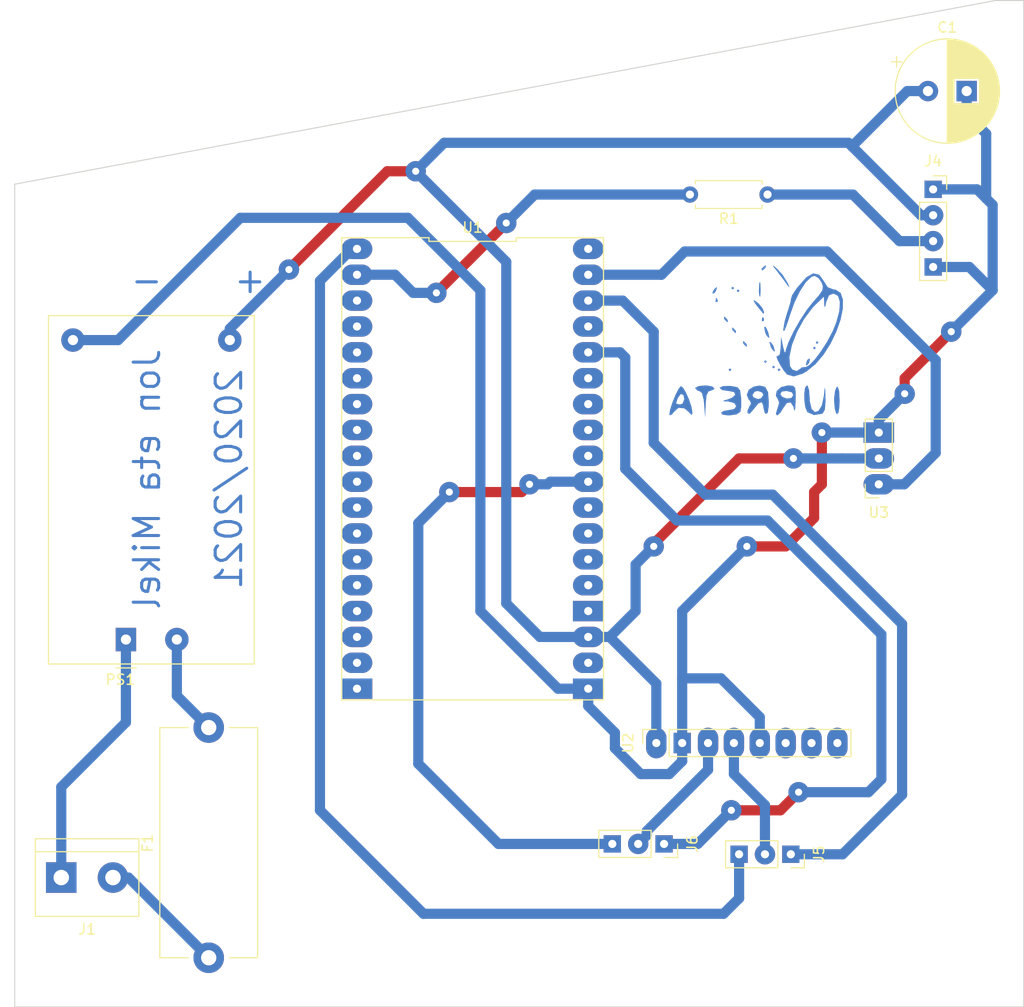
<source format=kicad_pcb>
(kicad_pcb (version 20171130) (host pcbnew "(5.1.6)-1")

  (general
    (thickness 1.6)
    (drawings 8)
    (tracks 151)
    (zones 0)
    (modules 12)
    (nets 46)
  )

  (page A4)
  (layers
    (0 F.Cu signal)
    (31 B.Cu signal)
    (32 B.Adhes user)
    (33 F.Adhes user)
    (34 B.Paste user)
    (35 F.Paste user)
    (36 B.SilkS user)
    (37 F.SilkS user)
    (38 B.Mask user)
    (39 F.Mask user)
    (40 Dwgs.User user)
    (41 Cmts.User user)
    (42 Eco1.User user)
    (43 Eco2.User user)
    (44 Edge.Cuts user)
    (45 Margin user)
    (46 B.CrtYd user)
    (47 F.CrtYd user)
    (48 B.Fab user)
    (49 F.Fab user)
  )

  (setup
    (last_trace_width 1)
    (trace_clearance 0.2)
    (zone_clearance 0.508)
    (zone_45_only no)
    (trace_min 0.2)
    (via_size 0.8)
    (via_drill 0.4)
    (via_min_size 0.4)
    (via_min_drill 0.3)
    (uvia_size 0.3)
    (uvia_drill 0.1)
    (uvias_allowed no)
    (uvia_min_size 0.2)
    (uvia_min_drill 0.1)
    (edge_width 0.05)
    (segment_width 0.2)
    (pcb_text_width 0.3)
    (pcb_text_size 1.5 1.5)
    (mod_edge_width 0.12)
    (mod_text_size 1 1)
    (mod_text_width 0.15)
    (pad_size 2 1.7)
    (pad_drill 0.8)
    (pad_to_mask_clearance 0.05)
    (aux_axis_origin 0 0)
    (visible_elements 7FFFFFFF)
    (pcbplotparams
      (layerselection 0x01000_fffffffe)
      (usegerberextensions false)
      (usegerberattributes true)
      (usegerberadvancedattributes true)
      (creategerberjobfile true)
      (excludeedgelayer true)
      (linewidth 0.100000)
      (plotframeref false)
      (viasonmask false)
      (mode 1)
      (useauxorigin false)
      (hpglpennumber 1)
      (hpglpenspeed 20)
      (hpglpendiameter 15.000000)
      (psnegative false)
      (psa4output false)
      (plotreference true)
      (plotvalue true)
      (plotinvisibletext false)
      (padsonsilk false)
      (subtractmaskfromsilk false)
      (outputformat 1)
      (mirror false)
      (drillshape 0)
      (scaleselection 1)
      (outputdirectory "Kicad_Bukaerako_Erronka_V1/"))
  )

  (net 0 "")
  (net 1 "Net-(U2-Pad8)")
  (net 2 GND)
  (net 3 3V3)
  (net 4 "Net-(U2-Pad7)")
  (net 5 "Net-(U2-Pad6)")
  (net 6 "Net-(U1-Pad17)")
  (net 7 "Net-(U1-Pad20)")
  (net 8 "Net-(U1-Pad15)")
  (net 9 "Net-(U1-Pad22)")
  (net 10 "Net-(U1-Pad14)")
  (net 11 "Net-(U1-Pad23)")
  (net 12 "Net-(U1-Pad13)")
  (net 13 "Net-(U1-Pad24)")
  (net 14 "Net-(U1-Pad12)")
  (net 15 "Net-(U1-Pad25)")
  (net 16 "Net-(U1-Pad11)")
  (net 17 "Net-(U1-Pad26)")
  (net 18 "Net-(U1-Pad9)")
  (net 19 "Net-(U1-Pad28)")
  (net 20 "Net-(U1-Pad8)")
  (net 21 "Net-(U1-Pad29)")
  (net 22 "Net-(U1-Pad7)")
  (net 23 "Net-(U1-Pad30)")
  (net 24 "Net-(U1-Pad6)")
  (net 25 "Net-(U1-Pad31)")
  (net 26 "Net-(U1-Pad5)")
  (net 27 "Net-(U1-Pad4)")
  (net 28 "Net-(U1-Pad33)")
  (net 29 "Net-(U1-Pad3)")
  (net 30 "Net-(U1-Pad36)")
  (net 31 "Net-(U1-Pad18)")
  (net 32 "Net-(U1-Pad16)")
  (net 33 "Net-(J1-Pad2)")
  (net 34 4)
  (net 35 15)
  (net 36 22)
  (net 37 21)
  (net 38 17)
  (net 39 "Net-(J4-Pad3)")
  (net 40 SDA)
  (net 41 SCL)
  (net 42 "Net-(F1-Pad2)")
  (net 43 "Net-(F1-Pad1)")
  (net 44 "Net-(U1-Pad10)")
  (net 45 13)

  (net_class Default "This is the default net class."
    (clearance 0.2)
    (trace_width 1)
    (via_dia 0.8)
    (via_drill 0.4)
    (uvia_dia 0.3)
    (uvia_drill 0.1)
    (add_net 13)
    (add_net 15)
    (add_net 17)
    (add_net 21)
    (add_net 22)
    (add_net 3V3)
    (add_net 4)
    (add_net GND)
    (add_net "Net-(F1-Pad1)")
    (add_net "Net-(F1-Pad2)")
    (add_net "Net-(J1-Pad2)")
    (add_net "Net-(J4-Pad3)")
    (add_net "Net-(U1-Pad10)")
    (add_net "Net-(U1-Pad11)")
    (add_net "Net-(U1-Pad12)")
    (add_net "Net-(U1-Pad13)")
    (add_net "Net-(U1-Pad14)")
    (add_net "Net-(U1-Pad15)")
    (add_net "Net-(U1-Pad16)")
    (add_net "Net-(U1-Pad17)")
    (add_net "Net-(U1-Pad18)")
    (add_net "Net-(U1-Pad20)")
    (add_net "Net-(U1-Pad22)")
    (add_net "Net-(U1-Pad23)")
    (add_net "Net-(U1-Pad24)")
    (add_net "Net-(U1-Pad25)")
    (add_net "Net-(U1-Pad26)")
    (add_net "Net-(U1-Pad28)")
    (add_net "Net-(U1-Pad29)")
    (add_net "Net-(U1-Pad3)")
    (add_net "Net-(U1-Pad30)")
    (add_net "Net-(U1-Pad31)")
    (add_net "Net-(U1-Pad33)")
    (add_net "Net-(U1-Pad36)")
    (add_net "Net-(U1-Pad4)")
    (add_net "Net-(U1-Pad5)")
    (add_net "Net-(U1-Pad6)")
    (add_net "Net-(U1-Pad7)")
    (add_net "Net-(U1-Pad8)")
    (add_net "Net-(U1-Pad9)")
    (add_net "Net-(U2-Pad6)")
    (add_net "Net-(U2-Pad7)")
    (add_net "Net-(U2-Pad8)")
    (add_net SCL)
    (add_net SDA)
  )

  (module Converter_ACDC:Converter_ACDC_HiLink_HLK-PMxx (layer F.Cu) (tedit 5C1AC1CD) (tstamp 603D29D9)
    (at 115.062 108.712 90)
    (descr "ACDC-Converter, 3W, HiLink, HLK-PMxx, THT, http://www.hlktech.net/product_detail.php?ProId=54")
    (tags "ACDC-Converter 3W THT HiLink board mount module")
    (path /6042DD28)
    (fp_text reference PS1 (at -3.94 -0.55) (layer F.SilkS)
      (effects (font (size 1 1) (thickness 0.15)))
    )
    (fp_text value HLK-PM03 (at 15.79 13.85 90) (layer F.Fab)
      (effects (font (size 1 1) (thickness 0.15)))
    )
    (fp_line (start -2.79 -1) (end -2.79 1.01) (layer F.SilkS) (width 0.12))
    (fp_line (start 31.8 -7.6) (end -2.4 -7.6) (layer F.SilkS) (width 0.12))
    (fp_line (start 31.8 12.6) (end 31.8 -7.6) (layer F.SilkS) (width 0.12))
    (fp_line (start -2.4 12.6) (end 31.8 12.6) (layer F.SilkS) (width 0.12))
    (fp_line (start -2.4 -7.6) (end -2.4 12.6) (layer F.SilkS) (width 0.12))
    (fp_line (start -2.55 -7.75) (end -2.55 12.75) (layer F.CrtYd) (width 0.05))
    (fp_line (start 31.95 -7.75) (end -2.55 -7.75) (layer F.CrtYd) (width 0.05))
    (fp_line (start 31.95 12.75) (end 31.95 -7.75) (layer F.CrtYd) (width 0.05))
    (fp_line (start -2.55 12.75) (end 31.95 12.75) (layer F.CrtYd) (width 0.05))
    (fp_line (start -2.3 -1) (end -2.3 -7.5) (layer F.Fab) (width 0.1))
    (fp_line (start -2.29 -1) (end -1.29 0) (layer F.Fab) (width 0.1))
    (fp_line (start -1.29 0) (end -2.29 1) (layer F.Fab) (width 0.1))
    (fp_line (start -2.3 -7.5) (end 31.7 -7.5) (layer F.Fab) (width 0.1))
    (fp_line (start -2.3 12.5) (end -2.3 0.99) (layer F.Fab) (width 0.1))
    (fp_line (start 31.7 12.5) (end 31.7 -7.5) (layer F.Fab) (width 0.1))
    (fp_line (start -2.3 12.5) (end 31.7 12.5) (layer F.Fab) (width 0.1))
    (fp_text user %R (at 14.68 1.17 90) (layer F.Fab)
      (effects (font (size 1 1) (thickness 0.15)))
    )
    (pad 4 thru_hole circle (at 29.4 10.2 90) (size 2.3 2.3) (drill 1) (layers *.Cu *.Mask)
      (net 3 3V3))
    (pad 2 thru_hole circle (at 0 5 90) (size 2.3 2.3) (drill 1) (layers *.Cu *.Mask)
      (net 42 "Net-(F1-Pad2)"))
    (pad 1 thru_hole rect (at 0 0 90) (size 2.3 2) (drill 1) (layers *.Cu *.Mask)
      (net 33 "Net-(J1-Pad2)"))
    (pad 3 thru_hole circle (at 29.4 -5.2 90) (size 2.3 2.3) (drill 1) (layers *.Cu *.Mask)
      (net 2 GND))
    (model ${KISYS3DMOD}/Converter_ACDC.3dshapes/Converter_ACDC_HiLink_HLK-PMxx.wrl
      (at (xyz 0 0 0))
      (scale (xyz 1 1 1))
      (rotate (xyz 0 0 0))
    )
  )

  (module Fuse:Fuseholder_Cylinder-5x20mm_Stelvio-Kontek_PTF78_Horizontal_Open (layer F.Cu) (tedit 5B7EAE13) (tstamp 603D2912)
    (at 123.19 139.954 90)
    (descr https://www.tme.eu/en/Document/3b48dbe2b9714a62652c97b08fcd464b/PTF78.pdf)
    (tags "Fuseholder horizontal open 5x20 Stelvio-Kontek PTF/78")
    (path /60439041)
    (fp_text reference F1 (at 11.25 -6 90) (layer F.SilkS)
      (effects (font (size 1 1) (thickness 0.15)))
    )
    (fp_text value Fuse (at 13 6 90) (layer F.Fab)
      (effects (font (size 1 1) (thickness 0.15)))
    )
    (fp_line (start -1.85 -0.45) (end -1.45 -1.25) (layer F.CrtYd) (width 0.05))
    (fp_line (start -1.45 1.25) (end -1.85 0.45) (layer F.CrtYd) (width 0.05))
    (fp_line (start -0.4 1.85) (end -0.15 1.85) (layer F.CrtYd) (width 0.05))
    (fp_line (start -0.75 1.75) (end -0.4 1.85) (layer F.CrtYd) (width 0.05))
    (fp_line (start -1.45 1.25) (end -0.75 1.75) (layer F.CrtYd) (width 0.05))
    (fp_line (start -1.85 -0.45) (end -1.85 0.45) (layer F.CrtYd) (width 0.05))
    (fp_line (start -0.75 -1.75) (end -1.45 -1.25) (layer F.CrtYd) (width 0.05))
    (fp_line (start -0.4 -1.85) (end -0.75 -1.75) (layer F.CrtYd) (width 0.05))
    (fp_line (start -0.15 -1.85) (end -0.4 -1.85) (layer F.CrtYd) (width 0.05))
    (fp_line (start 24.05 1.25) (end 24.45 0.45) (layer F.CrtYd) (width 0.05))
    (fp_line (start 23.35 1.75) (end 24.05 1.25) (layer F.CrtYd) (width 0.05))
    (fp_line (start 23 1.85) (end 23.35 1.75) (layer F.CrtYd) (width 0.05))
    (fp_line (start 22.75 1.85) (end 23 1.85) (layer F.CrtYd) (width 0.05))
    (fp_line (start 23.35 -1.75) (end 23 -1.85) (layer F.CrtYd) (width 0.05))
    (fp_line (start 24.05 -1.25) (end 23.35 -1.75) (layer F.CrtYd) (width 0.05))
    (fp_line (start 24.45 -0.45) (end 24.05 -1.25) (layer F.CrtYd) (width 0.05))
    (fp_line (start 24.45 0.45) (end 24.45 -0.45) (layer F.CrtYd) (width 0.05))
    (fp_line (start 22.75 -1.85) (end 23 -1.85) (layer F.CrtYd) (width 0.05))
    (fp_line (start 0 4.8) (end 0 2) (layer F.SilkS) (width 0.12))
    (fp_line (start 22.75 1.85) (end 22.75 4.95) (layer F.CrtYd) (width 0.05))
    (fp_line (start 22.75 -1.85) (end 22.75 -4.95) (layer F.CrtYd) (width 0.05))
    (fp_line (start -0.15 -1.85) (end -0.15 -4.95) (layer F.CrtYd) (width 0.05))
    (fp_line (start 0 4.8) (end 22.6 4.8) (layer F.SilkS) (width 0.12))
    (fp_line (start -0.15 -4.95) (end 22.75 -4.95) (layer F.CrtYd) (width 0.05))
    (fp_line (start 22.75 4.95) (end -0.15 4.95) (layer F.CrtYd) (width 0.05))
    (fp_line (start 0 -4.8) (end 22.6 -4.8) (layer F.SilkS) (width 0.12))
    (fp_line (start 0 -2) (end 0 -4.8) (layer F.SilkS) (width 0.12))
    (fp_line (start 22.6 -2) (end 22.6 -4.8) (layer F.SilkS) (width 0.12))
    (fp_line (start 22.6 4.8) (end 22.6 2) (layer F.SilkS) (width 0.12))
    (fp_line (start -0.15 4.95) (end -0.15 1.85) (layer F.CrtYd) (width 0.05))
    (fp_line (start 22.5 -4.7) (end 0.1 -4.7) (layer F.Fab) (width 0.1))
    (fp_line (start 22.5 4.7) (end 22.5 -4.7) (layer F.Fab) (width 0.1))
    (fp_line (start 0.1 4.7) (end 22.5 4.7) (layer F.Fab) (width 0.1))
    (fp_line (start 0.1 -4.7) (end 0.1 4.7) (layer F.Fab) (width 0.1))
    (fp_text user %R (at 11.25 4 90) (layer F.Fab)
      (effects (font (size 1 1) (thickness 0.15)))
    )
    (pad 2 thru_hole circle (at 22.6 0 90) (size 3 3) (drill 1.5) (layers *.Cu *.Mask)
      (net 42 "Net-(F1-Pad2)"))
    (pad 1 thru_hole circle (at 0 0 90) (size 3 3) (drill 1.5) (layers *.Cu *.Mask)
      (net 43 "Net-(F1-Pad1)"))
    (model ${KISYS3DMOD}/Fuse.3dshapes/Fuseholder_Cylinder-5x20mm_Stelvio-Kontek_PTF78_Horizontal_Open.wrl
      (at (xyz 0 0 0))
      (scale (xyz 1 1 1))
      (rotate (xyz 0 0 0))
    )
  )

  (module Connector_PinSocket_2.54mm:PinSocket_1x03_P2.54mm_Vertical (layer F.Cu) (tedit 5A19A429) (tstamp 603D1A5D)
    (at 167.894 128.778 270)
    (descr "Through hole straight socket strip, 1x03, 2.54mm pitch, single row (from Kicad 4.0.7), script generated")
    (tags "Through hole socket strip THT 1x03 2.54mm single row")
    (path /60402789)
    (fp_text reference J6 (at 0 -2.77 90) (layer F.SilkS)
      (effects (font (size 1 1) (thickness 0.15)))
    )
    (fp_text value Connector_Generic_Conn_01x03 (at 0 7.85 90) (layer F.Fab)
      (effects (font (size 1 1) (thickness 0.15)))
    )
    (fp_line (start -1.8 6.85) (end -1.8 -1.8) (layer F.CrtYd) (width 0.05))
    (fp_line (start 1.75 6.85) (end -1.8 6.85) (layer F.CrtYd) (width 0.05))
    (fp_line (start 1.75 -1.8) (end 1.75 6.85) (layer F.CrtYd) (width 0.05))
    (fp_line (start -1.8 -1.8) (end 1.75 -1.8) (layer F.CrtYd) (width 0.05))
    (fp_line (start 0 -1.33) (end 1.33 -1.33) (layer F.SilkS) (width 0.12))
    (fp_line (start 1.33 -1.33) (end 1.33 0) (layer F.SilkS) (width 0.12))
    (fp_line (start 1.33 1.27) (end 1.33 6.41) (layer F.SilkS) (width 0.12))
    (fp_line (start -1.33 6.41) (end 1.33 6.41) (layer F.SilkS) (width 0.12))
    (fp_line (start -1.33 1.27) (end -1.33 6.41) (layer F.SilkS) (width 0.12))
    (fp_line (start -1.33 1.27) (end 1.33 1.27) (layer F.SilkS) (width 0.12))
    (fp_line (start -1.27 6.35) (end -1.27 -1.27) (layer F.Fab) (width 0.1))
    (fp_line (start 1.27 6.35) (end -1.27 6.35) (layer F.Fab) (width 0.1))
    (fp_line (start 1.27 -0.635) (end 1.27 6.35) (layer F.Fab) (width 0.1))
    (fp_line (start 0.635 -1.27) (end 1.27 -0.635) (layer F.Fab) (width 0.1))
    (fp_line (start -1.27 -1.27) (end 0.635 -1.27) (layer F.Fab) (width 0.1))
    (fp_text user %R (at 0 2.54) (layer F.Fab)
      (effects (font (size 1 1) (thickness 0.15)))
    )
    (pad 3 thru_hole rect (at 0 5.08 270) (size 1.7 1.7) (drill 0.8) (layers *.Cu *.Mask)
      (net 36 22))
    (pad 2 thru_hole oval (at 0 2.54 270) (size 2 2) (drill 0.8) (layers *.Cu *.Mask)
      (net 41 SCL))
    (pad 1 thru_hole rect (at 0 0 270) (size 1.7 1.7) (drill 0.8) (layers *.Cu *.Mask)
      (net 35 15))
    (model ${KISYS3DMOD}/Connector_PinSocket_2.54mm.3dshapes/PinSocket_1x03_P2.54mm_Vertical.wrl
      (at (xyz 0 0 0))
      (scale (xyz 1 1 1))
      (rotate (xyz 0 0 0))
    )
  )

  (module Capacitor_THT:CP_Radial_D10.0mm_P3.80mm (layer F.Cu) (tedit 603CD496) (tstamp 603D0F56)
    (at 193.802 54.864)
    (descr "CP, Radial series, Radial, pin pitch=3.80mm, , diameter=10mm, Electrolytic Capacitor")
    (tags "CP Radial series Radial pin pitch 3.80mm  diameter 10mm Electrolytic Capacitor")
    (path /603ECDA2)
    (fp_text reference C1 (at 1.9 -6.25) (layer F.SilkS)
      (effects (font (size 1 1) (thickness 0.15)))
    )
    (fp_text value CP (at 1.9 6.25) (layer F.Fab)
      (effects (font (size 1 1) (thickness 0.15)))
    )
    (fp_line (start -3.079646 -3.375) (end -3.079646 -2.375) (layer F.SilkS) (width 0.12))
    (fp_line (start -3.579646 -2.875) (end -2.579646 -2.875) (layer F.SilkS) (width 0.12))
    (fp_line (start 6.981 -0.599) (end 6.981 0.599) (layer F.SilkS) (width 0.12))
    (fp_line (start 6.941 -0.862) (end 6.941 0.862) (layer F.SilkS) (width 0.12))
    (fp_line (start 6.901 -1.062) (end 6.901 1.062) (layer F.SilkS) (width 0.12))
    (fp_line (start 6.861 -1.23) (end 6.861 1.23) (layer F.SilkS) (width 0.12))
    (fp_line (start 6.821 -1.378) (end 6.821 1.378) (layer F.SilkS) (width 0.12))
    (fp_line (start 6.781 -1.51) (end 6.781 1.51) (layer F.SilkS) (width 0.12))
    (fp_line (start 6.741 -1.63) (end 6.741 1.63) (layer F.SilkS) (width 0.12))
    (fp_line (start 6.701 -1.742) (end 6.701 1.742) (layer F.SilkS) (width 0.12))
    (fp_line (start 6.661 -1.846) (end 6.661 1.846) (layer F.SilkS) (width 0.12))
    (fp_line (start 6.621 -1.944) (end 6.621 1.944) (layer F.SilkS) (width 0.12))
    (fp_line (start 6.581 -2.037) (end 6.581 2.037) (layer F.SilkS) (width 0.12))
    (fp_line (start 6.541 -2.125) (end 6.541 2.125) (layer F.SilkS) (width 0.12))
    (fp_line (start 6.501 -2.209) (end 6.501 2.209) (layer F.SilkS) (width 0.12))
    (fp_line (start 6.461 -2.289) (end 6.461 2.289) (layer F.SilkS) (width 0.12))
    (fp_line (start 6.421 -2.365) (end 6.421 2.365) (layer F.SilkS) (width 0.12))
    (fp_line (start 6.381 -2.439) (end 6.381 2.439) (layer F.SilkS) (width 0.12))
    (fp_line (start 6.341 -2.51) (end 6.341 2.51) (layer F.SilkS) (width 0.12))
    (fp_line (start 6.301 -2.579) (end 6.301 2.579) (layer F.SilkS) (width 0.12))
    (fp_line (start 6.261 -2.645) (end 6.261 2.645) (layer F.SilkS) (width 0.12))
    (fp_line (start 6.221 -2.709) (end 6.221 2.709) (layer F.SilkS) (width 0.12))
    (fp_line (start 6.181 -2.77) (end 6.181 2.77) (layer F.SilkS) (width 0.12))
    (fp_line (start 6.141 -2.83) (end 6.141 2.83) (layer F.SilkS) (width 0.12))
    (fp_line (start 6.101 -2.889) (end 6.101 2.889) (layer F.SilkS) (width 0.12))
    (fp_line (start 6.061 -2.945) (end 6.061 2.945) (layer F.SilkS) (width 0.12))
    (fp_line (start 6.021 -3) (end 6.021 3) (layer F.SilkS) (width 0.12))
    (fp_line (start 5.981 -3.054) (end 5.981 3.054) (layer F.SilkS) (width 0.12))
    (fp_line (start 5.941 -3.106) (end 5.941 3.106) (layer F.SilkS) (width 0.12))
    (fp_line (start 5.901 -3.156) (end 5.901 3.156) (layer F.SilkS) (width 0.12))
    (fp_line (start 5.861 -3.206) (end 5.861 3.206) (layer F.SilkS) (width 0.12))
    (fp_line (start 5.821 -3.254) (end 5.821 3.254) (layer F.SilkS) (width 0.12))
    (fp_line (start 5.781 -3.301) (end 5.781 3.301) (layer F.SilkS) (width 0.12))
    (fp_line (start 5.741 -3.347) (end 5.741 3.347) (layer F.SilkS) (width 0.12))
    (fp_line (start 5.701 -3.392) (end 5.701 3.392) (layer F.SilkS) (width 0.12))
    (fp_line (start 5.661 -3.436) (end 5.661 3.436) (layer F.SilkS) (width 0.12))
    (fp_line (start 5.621 -3.478) (end 5.621 3.478) (layer F.SilkS) (width 0.12))
    (fp_line (start 5.581 -3.52) (end 5.581 3.52) (layer F.SilkS) (width 0.12))
    (fp_line (start 5.541 -3.561) (end 5.541 3.561) (layer F.SilkS) (width 0.12))
    (fp_line (start 5.501 -3.601) (end 5.501 3.601) (layer F.SilkS) (width 0.12))
    (fp_line (start 5.461 -3.64) (end 5.461 3.64) (layer F.SilkS) (width 0.12))
    (fp_line (start 5.421 -3.679) (end 5.421 3.679) (layer F.SilkS) (width 0.12))
    (fp_line (start 5.381 -3.716) (end 5.381 3.716) (layer F.SilkS) (width 0.12))
    (fp_line (start 5.341 -3.753) (end 5.341 3.753) (layer F.SilkS) (width 0.12))
    (fp_line (start 5.301 -3.789) (end 5.301 3.789) (layer F.SilkS) (width 0.12))
    (fp_line (start 5.261 -3.824) (end 5.261 3.824) (layer F.SilkS) (width 0.12))
    (fp_line (start 5.221 -3.858) (end 5.221 3.858) (layer F.SilkS) (width 0.12))
    (fp_line (start 5.181 -3.892) (end 5.181 3.892) (layer F.SilkS) (width 0.12))
    (fp_line (start 5.141 -3.925) (end 5.141 3.925) (layer F.SilkS) (width 0.12))
    (fp_line (start 5.101 -3.957) (end 5.101 3.957) (layer F.SilkS) (width 0.12))
    (fp_line (start 5.061 -3.989) (end 5.061 3.989) (layer F.SilkS) (width 0.12))
    (fp_line (start 5.021 1.241) (end 5.021 4.02) (layer F.SilkS) (width 0.12))
    (fp_line (start 5.021 -4.02) (end 5.021 -1.241) (layer F.SilkS) (width 0.12))
    (fp_line (start 4.981 1.241) (end 4.981 4.05) (layer F.SilkS) (width 0.12))
    (fp_line (start 4.981 -4.05) (end 4.981 -1.241) (layer F.SilkS) (width 0.12))
    (fp_line (start 4.941 1.241) (end 4.941 4.08) (layer F.SilkS) (width 0.12))
    (fp_line (start 4.941 -4.08) (end 4.941 -1.241) (layer F.SilkS) (width 0.12))
    (fp_line (start 4.901 1.241) (end 4.901 4.11) (layer F.SilkS) (width 0.12))
    (fp_line (start 4.901 -4.11) (end 4.901 -1.241) (layer F.SilkS) (width 0.12))
    (fp_line (start 4.861 1.241) (end 4.861 4.138) (layer F.SilkS) (width 0.12))
    (fp_line (start 4.861 -4.138) (end 4.861 -1.241) (layer F.SilkS) (width 0.12))
    (fp_line (start 4.821 1.241) (end 4.821 4.166) (layer F.SilkS) (width 0.12))
    (fp_line (start 4.821 -4.166) (end 4.821 -1.241) (layer F.SilkS) (width 0.12))
    (fp_line (start 4.781 1.241) (end 4.781 4.194) (layer F.SilkS) (width 0.12))
    (fp_line (start 4.781 -4.194) (end 4.781 -1.241) (layer F.SilkS) (width 0.12))
    (fp_line (start 4.741 1.241) (end 4.741 4.221) (layer F.SilkS) (width 0.12))
    (fp_line (start 4.741 -4.221) (end 4.741 -1.241) (layer F.SilkS) (width 0.12))
    (fp_line (start 4.701 1.241) (end 4.701 4.247) (layer F.SilkS) (width 0.12))
    (fp_line (start 4.701 -4.247) (end 4.701 -1.241) (layer F.SilkS) (width 0.12))
    (fp_line (start 4.661 1.241) (end 4.661 4.273) (layer F.SilkS) (width 0.12))
    (fp_line (start 4.661 -4.273) (end 4.661 -1.241) (layer F.SilkS) (width 0.12))
    (fp_line (start 4.621 1.241) (end 4.621 4.298) (layer F.SilkS) (width 0.12))
    (fp_line (start 4.621 -4.298) (end 4.621 -1.241) (layer F.SilkS) (width 0.12))
    (fp_line (start 4.581 1.241) (end 4.581 4.323) (layer F.SilkS) (width 0.12))
    (fp_line (start 4.581 -4.323) (end 4.581 -1.241) (layer F.SilkS) (width 0.12))
    (fp_line (start 4.541 1.241) (end 4.541 4.347) (layer F.SilkS) (width 0.12))
    (fp_line (start 4.541 -4.347) (end 4.541 -1.241) (layer F.SilkS) (width 0.12))
    (fp_line (start 4.501 1.241) (end 4.501 4.371) (layer F.SilkS) (width 0.12))
    (fp_line (start 4.501 -4.371) (end 4.501 -1.241) (layer F.SilkS) (width 0.12))
    (fp_line (start 4.461 1.241) (end 4.461 4.395) (layer F.SilkS) (width 0.12))
    (fp_line (start 4.461 -4.395) (end 4.461 -1.241) (layer F.SilkS) (width 0.12))
    (fp_line (start 4.421 1.241) (end 4.421 4.417) (layer F.SilkS) (width 0.12))
    (fp_line (start 4.421 -4.417) (end 4.421 -1.241) (layer F.SilkS) (width 0.12))
    (fp_line (start 4.381 1.241) (end 4.381 4.44) (layer F.SilkS) (width 0.12))
    (fp_line (start 4.381 -4.44) (end 4.381 -1.241) (layer F.SilkS) (width 0.12))
    (fp_line (start 4.341 1.241) (end 4.341 4.462) (layer F.SilkS) (width 0.12))
    (fp_line (start 4.341 -4.462) (end 4.341 -1.241) (layer F.SilkS) (width 0.12))
    (fp_line (start 4.301 1.241) (end 4.301 4.483) (layer F.SilkS) (width 0.12))
    (fp_line (start 4.301 -4.483) (end 4.301 -1.241) (layer F.SilkS) (width 0.12))
    (fp_line (start 4.261 1.241) (end 4.261 4.504) (layer F.SilkS) (width 0.12))
    (fp_line (start 4.261 -4.504) (end 4.261 -1.241) (layer F.SilkS) (width 0.12))
    (fp_line (start 4.221 1.241) (end 4.221 4.525) (layer F.SilkS) (width 0.12))
    (fp_line (start 4.221 -4.525) (end 4.221 -1.241) (layer F.SilkS) (width 0.12))
    (fp_line (start 4.181 1.241) (end 4.181 4.545) (layer F.SilkS) (width 0.12))
    (fp_line (start 4.181 -4.545) (end 4.181 -1.241) (layer F.SilkS) (width 0.12))
    (fp_line (start 4.141 1.241) (end 4.141 4.564) (layer F.SilkS) (width 0.12))
    (fp_line (start 4.141 -4.564) (end 4.141 -1.241) (layer F.SilkS) (width 0.12))
    (fp_line (start 4.101 1.241) (end 4.101 4.584) (layer F.SilkS) (width 0.12))
    (fp_line (start 4.101 -4.584) (end 4.101 -1.241) (layer F.SilkS) (width 0.12))
    (fp_line (start 4.061 1.241) (end 4.061 4.603) (layer F.SilkS) (width 0.12))
    (fp_line (start 4.061 -4.603) (end 4.061 -1.241) (layer F.SilkS) (width 0.12))
    (fp_line (start 4.021 1.241) (end 4.021 4.621) (layer F.SilkS) (width 0.12))
    (fp_line (start 4.021 -4.621) (end 4.021 -1.241) (layer F.SilkS) (width 0.12))
    (fp_line (start 3.981 1.241) (end 3.981 4.639) (layer F.SilkS) (width 0.12))
    (fp_line (start 3.981 -4.639) (end 3.981 -1.241) (layer F.SilkS) (width 0.12))
    (fp_line (start 3.941 1.241) (end 3.941 4.657) (layer F.SilkS) (width 0.12))
    (fp_line (start 3.941 -4.657) (end 3.941 -1.241) (layer F.SilkS) (width 0.12))
    (fp_line (start 3.901 1.241) (end 3.901 4.674) (layer F.SilkS) (width 0.12))
    (fp_line (start 3.901 -4.674) (end 3.901 -1.241) (layer F.SilkS) (width 0.12))
    (fp_line (start 3.861 1.241) (end 3.861 4.69) (layer F.SilkS) (width 0.12))
    (fp_line (start 3.861 -4.69) (end 3.861 -1.241) (layer F.SilkS) (width 0.12))
    (fp_line (start 3.821 1.241) (end 3.821 4.707) (layer F.SilkS) (width 0.12))
    (fp_line (start 3.821 -4.707) (end 3.821 -1.241) (layer F.SilkS) (width 0.12))
    (fp_line (start 3.781 1.241) (end 3.781 4.723) (layer F.SilkS) (width 0.12))
    (fp_line (start 3.781 -4.723) (end 3.781 -1.241) (layer F.SilkS) (width 0.12))
    (fp_line (start 3.741 1.241) (end 3.741 4.738) (layer F.SilkS) (width 0.12))
    (fp_line (start 3.741 -4.738) (end 3.741 -1.241) (layer F.SilkS) (width 0.12))
    (fp_line (start 3.701 1.241) (end 3.701 4.754) (layer F.SilkS) (width 0.12))
    (fp_line (start 3.701 -4.754) (end 3.701 -1.241) (layer F.SilkS) (width 0.12))
    (fp_line (start 3.661 1.241) (end 3.661 4.768) (layer F.SilkS) (width 0.12))
    (fp_line (start 3.661 -4.768) (end 3.661 -1.241) (layer F.SilkS) (width 0.12))
    (fp_line (start 3.621 1.241) (end 3.621 4.783) (layer F.SilkS) (width 0.12))
    (fp_line (start 3.621 -4.783) (end 3.621 -1.241) (layer F.SilkS) (width 0.12))
    (fp_line (start 3.581 1.241) (end 3.581 4.797) (layer F.SilkS) (width 0.12))
    (fp_line (start 3.581 -4.797) (end 3.581 -1.241) (layer F.SilkS) (width 0.12))
    (fp_line (start 3.541 1.241) (end 3.541 4.811) (layer F.SilkS) (width 0.12))
    (fp_line (start 3.541 -4.811) (end 3.541 -1.241) (layer F.SilkS) (width 0.12))
    (fp_line (start 3.501 1.241) (end 3.501 4.824) (layer F.SilkS) (width 0.12))
    (fp_line (start 3.501 -4.824) (end 3.501 -1.241) (layer F.SilkS) (width 0.12))
    (fp_line (start 3.461 1.241) (end 3.461 4.837) (layer F.SilkS) (width 0.12))
    (fp_line (start 3.461 -4.837) (end 3.461 -1.241) (layer F.SilkS) (width 0.12))
    (fp_line (start 3.421 1.241) (end 3.421 4.85) (layer F.SilkS) (width 0.12))
    (fp_line (start 3.421 -4.85) (end 3.421 -1.241) (layer F.SilkS) (width 0.12))
    (fp_line (start 3.381 1.241) (end 3.381 4.862) (layer F.SilkS) (width 0.12))
    (fp_line (start 3.381 -4.862) (end 3.381 -1.241) (layer F.SilkS) (width 0.12))
    (fp_line (start 3.341 1.241) (end 3.341 4.874) (layer F.SilkS) (width 0.12))
    (fp_line (start 3.341 -4.874) (end 3.341 -1.241) (layer F.SilkS) (width 0.12))
    (fp_line (start 3.301 1.241) (end 3.301 4.885) (layer F.SilkS) (width 0.12))
    (fp_line (start 3.301 -4.885) (end 3.301 -1.241) (layer F.SilkS) (width 0.12))
    (fp_line (start 3.261 1.241) (end 3.261 4.897) (layer F.SilkS) (width 0.12))
    (fp_line (start 3.261 -4.897) (end 3.261 -1.241) (layer F.SilkS) (width 0.12))
    (fp_line (start 3.221 1.241) (end 3.221 4.907) (layer F.SilkS) (width 0.12))
    (fp_line (start 3.221 -4.907) (end 3.221 -1.241) (layer F.SilkS) (width 0.12))
    (fp_line (start 3.181 1.241) (end 3.181 4.918) (layer F.SilkS) (width 0.12))
    (fp_line (start 3.181 -4.918) (end 3.181 -1.241) (layer F.SilkS) (width 0.12))
    (fp_line (start 3.141 1.241) (end 3.141 4.928) (layer F.SilkS) (width 0.12))
    (fp_line (start 3.141 -4.928) (end 3.141 -1.241) (layer F.SilkS) (width 0.12))
    (fp_line (start 3.101 1.241) (end 3.101 4.938) (layer F.SilkS) (width 0.12))
    (fp_line (start 3.101 -4.938) (end 3.101 -1.241) (layer F.SilkS) (width 0.12))
    (fp_line (start 3.061 1.241) (end 3.061 4.947) (layer F.SilkS) (width 0.12))
    (fp_line (start 3.061 -4.947) (end 3.061 -1.241) (layer F.SilkS) (width 0.12))
    (fp_line (start 3.021 1.241) (end 3.021 4.956) (layer F.SilkS) (width 0.12))
    (fp_line (start 3.021 -4.956) (end 3.021 -1.241) (layer F.SilkS) (width 0.12))
    (fp_line (start 2.981 1.241) (end 2.981 4.965) (layer F.SilkS) (width 0.12))
    (fp_line (start 2.981 -4.965) (end 2.981 -1.241) (layer F.SilkS) (width 0.12))
    (fp_line (start 2.941 1.241) (end 2.941 4.974) (layer F.SilkS) (width 0.12))
    (fp_line (start 2.941 -4.974) (end 2.941 -1.241) (layer F.SilkS) (width 0.12))
    (fp_line (start 2.901 1.241) (end 2.901 4.982) (layer F.SilkS) (width 0.12))
    (fp_line (start 2.901 -4.982) (end 2.901 -1.241) (layer F.SilkS) (width 0.12))
    (fp_line (start 2.861 1.241) (end 2.861 4.99) (layer F.SilkS) (width 0.12))
    (fp_line (start 2.861 -4.99) (end 2.861 -1.241) (layer F.SilkS) (width 0.12))
    (fp_line (start 2.821 1.241) (end 2.821 4.997) (layer F.SilkS) (width 0.12))
    (fp_line (start 2.821 -4.997) (end 2.821 -1.241) (layer F.SilkS) (width 0.12))
    (fp_line (start 2.781 1.241) (end 2.781 5.004) (layer F.SilkS) (width 0.12))
    (fp_line (start 2.781 -5.004) (end 2.781 -1.241) (layer F.SilkS) (width 0.12))
    (fp_line (start 2.741 1.241) (end 2.741 5.011) (layer F.SilkS) (width 0.12))
    (fp_line (start 2.741 -5.011) (end 2.741 -1.241) (layer F.SilkS) (width 0.12))
    (fp_line (start 2.701 1.241) (end 2.701 5.018) (layer F.SilkS) (width 0.12))
    (fp_line (start 2.701 -5.018) (end 2.701 -1.241) (layer F.SilkS) (width 0.12))
    (fp_line (start 2.661 1.241) (end 2.661 5.024) (layer F.SilkS) (width 0.12))
    (fp_line (start 2.661 -5.024) (end 2.661 -1.241) (layer F.SilkS) (width 0.12))
    (fp_line (start 2.621 1.241) (end 2.621 5.03) (layer F.SilkS) (width 0.12))
    (fp_line (start 2.621 -5.03) (end 2.621 -1.241) (layer F.SilkS) (width 0.12))
    (fp_line (start 2.58 1.241) (end 2.58 5.035) (layer F.SilkS) (width 0.12))
    (fp_line (start 2.58 -5.035) (end 2.58 -1.241) (layer F.SilkS) (width 0.12))
    (fp_line (start 2.54 -5.04) (end 2.54 5.04) (layer F.SilkS) (width 0.12))
    (fp_line (start 2.5 -5.045) (end 2.5 5.045) (layer F.SilkS) (width 0.12))
    (fp_line (start 2.46 -5.05) (end 2.46 5.05) (layer F.SilkS) (width 0.12))
    (fp_line (start 2.42 -5.054) (end 2.42 5.054) (layer F.SilkS) (width 0.12))
    (fp_line (start 2.38 -5.058) (end 2.38 5.058) (layer F.SilkS) (width 0.12))
    (fp_line (start 2.34 -5.062) (end 2.34 5.062) (layer F.SilkS) (width 0.12))
    (fp_line (start 2.3 -5.065) (end 2.3 5.065) (layer F.SilkS) (width 0.12))
    (fp_line (start 2.26 -5.068) (end 2.26 5.068) (layer F.SilkS) (width 0.12))
    (fp_line (start 2.22 -5.07) (end 2.22 5.07) (layer F.SilkS) (width 0.12))
    (fp_line (start 2.18 -5.073) (end 2.18 5.073) (layer F.SilkS) (width 0.12))
    (fp_line (start 2.14 -5.075) (end 2.14 5.075) (layer F.SilkS) (width 0.12))
    (fp_line (start 2.1 -5.077) (end 2.1 5.077) (layer F.SilkS) (width 0.12))
    (fp_line (start 2.06 -5.078) (end 2.06 5.078) (layer F.SilkS) (width 0.12))
    (fp_line (start 2.02 -5.079) (end 2.02 5.079) (layer F.SilkS) (width 0.12))
    (fp_line (start 1.98 -5.08) (end 1.98 5.08) (layer F.SilkS) (width 0.12))
    (fp_line (start 1.94 -5.08) (end 1.94 5.08) (layer F.SilkS) (width 0.12))
    (fp_line (start 1.9 -5.08) (end 1.9 5.08) (layer F.SilkS) (width 0.12))
    (fp_line (start -1.888861 -2.6875) (end -1.888861 -1.6875) (layer F.Fab) (width 0.1))
    (fp_line (start -2.388861 -2.1875) (end -1.388861 -2.1875) (layer F.Fab) (width 0.1))
    (fp_circle (center 1.9 0) (end 7.15 0) (layer F.CrtYd) (width 0.05))
    (fp_circle (center 1.9 0) (end 7.02 0) (layer F.SilkS) (width 0.12))
    (fp_circle (center 1.9 0) (end 6.9 0) (layer F.Fab) (width 0.1))
    (fp_text user %R (at 1.9 0) (layer F.Fab)
      (effects (font (size 1 1) (thickness 0.15)))
    )
    (pad 2 thru_hole trapezoid (at 3.8 0) (size 2 2) (drill 1) (layers *.Cu *.Mask)
      (net 2 GND))
    (pad 1 thru_hole oval (at 0 0) (size 2 2) (drill 1) (layers *.Cu *.Mask)
      (net 3 3V3))
    (model ${KISYS3DMOD}/Capacitor_THT.3dshapes/CP_Radial_D10.0mm_P3.80mm.wrl
      (at (xyz 0 0 0))
      (scale (xyz 1 1 1))
      (rotate (xyz 0 0 0))
    )
  )

  (module Connector_PinSocket_2.54mm:PinSocket_1x03_P2.54mm_Vertical (layer F.Cu) (tedit 5A19A429) (tstamp 603D0A99)
    (at 180.34 129.794 270)
    (descr "Through hole straight socket strip, 1x03, 2.54mm pitch, single row (from Kicad 4.0.7), script generated")
    (tags "Through hole socket strip THT 1x03 2.54mm single row")
    (path /60400297)
    (fp_text reference J5 (at 0 -2.77 90) (layer F.SilkS)
      (effects (font (size 1 1) (thickness 0.15)))
    )
    (fp_text value Connector_Generic_Conn_01x03 (at 0 7.85 90) (layer F.Fab)
      (effects (font (size 1 1) (thickness 0.15)))
    )
    (fp_line (start -1.8 6.85) (end -1.8 -1.8) (layer F.CrtYd) (width 0.05))
    (fp_line (start 1.75 6.85) (end -1.8 6.85) (layer F.CrtYd) (width 0.05))
    (fp_line (start 1.75 -1.8) (end 1.75 6.85) (layer F.CrtYd) (width 0.05))
    (fp_line (start -1.8 -1.8) (end 1.75 -1.8) (layer F.CrtYd) (width 0.05))
    (fp_line (start 0 -1.33) (end 1.33 -1.33) (layer F.SilkS) (width 0.12))
    (fp_line (start 1.33 -1.33) (end 1.33 0) (layer F.SilkS) (width 0.12))
    (fp_line (start 1.33 1.27) (end 1.33 6.41) (layer F.SilkS) (width 0.12))
    (fp_line (start -1.33 6.41) (end 1.33 6.41) (layer F.SilkS) (width 0.12))
    (fp_line (start -1.33 1.27) (end -1.33 6.41) (layer F.SilkS) (width 0.12))
    (fp_line (start -1.33 1.27) (end 1.33 1.27) (layer F.SilkS) (width 0.12))
    (fp_line (start -1.27 6.35) (end -1.27 -1.27) (layer F.Fab) (width 0.1))
    (fp_line (start 1.27 6.35) (end -1.27 6.35) (layer F.Fab) (width 0.1))
    (fp_line (start 1.27 -0.635) (end 1.27 6.35) (layer F.Fab) (width 0.1))
    (fp_line (start 0.635 -1.27) (end 1.27 -0.635) (layer F.Fab) (width 0.1))
    (fp_line (start -1.27 -1.27) (end 0.635 -1.27) (layer F.Fab) (width 0.1))
    (fp_text user %R (at 0 2.54) (layer F.Fab)
      (effects (font (size 1 1) (thickness 0.15)))
    )
    (pad 3 thru_hole rect (at 0 5.08 270) (size 1.7 1.7) (drill 0.8) (layers *.Cu *.Mask)
      (net 37 21))
    (pad 2 thru_hole oval (at 0 2.54 270) (size 2 2) (drill 0.8) (layers *.Cu *.Mask)
      (net 40 SDA))
    (pad 1 thru_hole rect (at 0 0 270) (size 1.7 1.7) (drill 0.8) (layers *.Cu *.Mask)
      (net 34 4))
    (model ${KISYS3DMOD}/Connector_PinSocket_2.54mm.3dshapes/PinSocket_1x03_P2.54mm_Vertical.wrl
      (at (xyz 0 0 0))
      (scale (xyz 1 1 1))
      (rotate (xyz 0 0 0))
    )
  )

  (module Resistor_THT:R_Axial_DIN0207_L6.3mm_D2.5mm_P7.62mm_Horizontal (layer F.Cu) (tedit 5AE5139B) (tstamp 603CC691)
    (at 178.054 65.024 180)
    (descr "Resistor, Axial_DIN0207 series, Axial, Horizontal, pin pitch=7.62mm, 0.25W = 1/4W, length*diameter=6.3*2.5mm^2, http://cdn-reichelt.de/documents/datenblatt/B400/1_4W%23YAG.pdf")
    (tags "Resistor Axial_DIN0207 series Axial Horizontal pin pitch 7.62mm 0.25W = 1/4W length 6.3mm diameter 2.5mm")
    (path /603F1ACF)
    (fp_text reference R1 (at 3.81 -2.37) (layer F.SilkS)
      (effects (font (size 1 1) (thickness 0.15)))
    )
    (fp_text value 470 (at 3.81 2.37) (layer F.Fab)
      (effects (font (size 1 1) (thickness 0.15)))
    )
    (fp_line (start 8.67 -1.5) (end -1.05 -1.5) (layer F.CrtYd) (width 0.05))
    (fp_line (start 8.67 1.5) (end 8.67 -1.5) (layer F.CrtYd) (width 0.05))
    (fp_line (start -1.05 1.5) (end 8.67 1.5) (layer F.CrtYd) (width 0.05))
    (fp_line (start -1.05 -1.5) (end -1.05 1.5) (layer F.CrtYd) (width 0.05))
    (fp_line (start 7.08 1.37) (end 7.08 1.04) (layer F.SilkS) (width 0.12))
    (fp_line (start 0.54 1.37) (end 7.08 1.37) (layer F.SilkS) (width 0.12))
    (fp_line (start 0.54 1.04) (end 0.54 1.37) (layer F.SilkS) (width 0.12))
    (fp_line (start 7.08 -1.37) (end 7.08 -1.04) (layer F.SilkS) (width 0.12))
    (fp_line (start 0.54 -1.37) (end 7.08 -1.37) (layer F.SilkS) (width 0.12))
    (fp_line (start 0.54 -1.04) (end 0.54 -1.37) (layer F.SilkS) (width 0.12))
    (fp_line (start 7.62 0) (end 6.96 0) (layer F.Fab) (width 0.1))
    (fp_line (start 0 0) (end 0.66 0) (layer F.Fab) (width 0.1))
    (fp_line (start 6.96 -1.25) (end 0.66 -1.25) (layer F.Fab) (width 0.1))
    (fp_line (start 6.96 1.25) (end 6.96 -1.25) (layer F.Fab) (width 0.1))
    (fp_line (start 0.66 1.25) (end 6.96 1.25) (layer F.Fab) (width 0.1))
    (fp_line (start 0.66 -1.25) (end 0.66 1.25) (layer F.Fab) (width 0.1))
    (fp_text user %R (at 3.81 0) (layer F.Fab)
      (effects (font (size 1 1) (thickness 0.15)))
    )
    (pad 2 thru_hole oval (at 7.62 0 180) (size 1.6 1.6) (drill 0.8) (layers *.Cu *.Mask)
      (net 45 13))
    (pad 1 thru_hole circle (at 0 0 180) (size 1.6 1.6) (drill 0.8) (layers *.Cu *.Mask)
      (net 39 "Net-(J4-Pad3)"))
    (model ${KISYS3DMOD}/Resistor_THT.3dshapes/R_Axial_DIN0207_L6.3mm_D2.5mm_P7.62mm_Horizontal.wrl
      (at (xyz 0 0 0))
      (scale (xyz 1 1 1))
      (rotate (xyz 0 0 0))
    )
  )

  (module Connector_PinSocket_2.54mm:PinSocket_1x04_P2.54mm_Vertical (layer F.Cu) (tedit 603CC71A) (tstamp 603CC67A)
    (at 194.31 64.516)
    (descr "Through hole straight socket strip, 1x04, 2.54mm pitch, single row (from Kicad 4.0.7), script generated")
    (tags "Through hole socket strip THT 1x04 2.54mm single row")
    (path /603CB44B)
    (fp_text reference J4 (at 0 -2.77) (layer F.SilkS)
      (effects (font (size 1 1) (thickness 0.15)))
    )
    (fp_text value "Led Neopixel" (at 0 10.39) (layer F.Fab)
      (effects (font (size 1 1) (thickness 0.15)))
    )
    (fp_line (start -1.27 -1.27) (end 0.635 -1.27) (layer F.Fab) (width 0.1))
    (fp_line (start 0.635 -1.27) (end 1.27 -0.635) (layer F.Fab) (width 0.1))
    (fp_line (start 1.27 -0.635) (end 1.27 8.89) (layer F.Fab) (width 0.1))
    (fp_line (start 1.27 8.89) (end -1.27 8.89) (layer F.Fab) (width 0.1))
    (fp_line (start -1.27 8.89) (end -1.27 -1.27) (layer F.Fab) (width 0.1))
    (fp_line (start -1.33 1.27) (end 1.33 1.27) (layer F.SilkS) (width 0.12))
    (fp_line (start -1.33 1.27) (end -1.33 8.95) (layer F.SilkS) (width 0.12))
    (fp_line (start -1.33 8.95) (end 1.33 8.95) (layer F.SilkS) (width 0.12))
    (fp_line (start 1.33 1.27) (end 1.33 8.95) (layer F.SilkS) (width 0.12))
    (fp_line (start 1.33 -1.33) (end 1.33 0) (layer F.SilkS) (width 0.12))
    (fp_line (start 0 -1.33) (end 1.33 -1.33) (layer F.SilkS) (width 0.12))
    (fp_line (start -1.8 -1.8) (end 1.75 -1.8) (layer F.CrtYd) (width 0.05))
    (fp_line (start 1.75 -1.8) (end 1.75 9.4) (layer F.CrtYd) (width 0.05))
    (fp_line (start 1.75 9.4) (end -1.8 9.4) (layer F.CrtYd) (width 0.05))
    (fp_line (start -1.8 9.4) (end -1.8 -1.8) (layer F.CrtYd) (width 0.05))
    (fp_text user %R (at 0 3.81 90) (layer F.Fab)
      (effects (font (size 1 1) (thickness 0.15)))
    )
    (pad 1 thru_hole rect (at 0 0) (size 1.7 1.7) (drill 0.8) (layers *.Cu *.Mask)
      (net 2 GND))
    (pad 2 thru_hole oval (at 0 2.54) (size 2 2) (drill 0.8) (layers *.Cu *.Mask)
      (net 3 3V3))
    (pad 3 thru_hole oval (at 0 5.08) (size 2 2) (drill 0.8) (layers *.Cu *.Mask)
      (net 39 "Net-(J4-Pad3)"))
    (pad 4 thru_hole rect (at 0 7.62) (size 1.7 1.7) (drill 0.8) (layers *.Cu *.Mask)
      (net 2 GND))
    (model ${KISYS3DMOD}/Connector_PinSocket_2.54mm.3dshapes/PinSocket_1x04_P2.54mm_Vertical.wrl
      (at (xyz 0 0 0))
      (scale (xyz 1 1 1))
      (rotate (xyz 0 0 0))
    )
  )

  (module "ESP_32_444:logo iurreta 4" (layer F.Cu) (tedit 6038EB72) (tstamp 60394997)
    (at 182.118 82.296)
    (fp_text reference G*** (at 7.62 -3.81) (layer F.SilkS) hide
      (effects (font (size 1.524 1.524) (thickness 0.3)))
    )
    (fp_text value LOGO (at 8.89 -1.27) (layer F.SilkS) hide
      (effects (font (size 1.524 1.524) (thickness 0.3)))
    )
    (fp_poly (pts (xy 2.577146 1.950994) (xy 2.482573 2.627539) (xy 2.473158 2.941053) (xy 2.529253 3.691646)
      (xy 2.670308 4.193241) (xy 2.740526 4.277895) (xy 2.900311 4.139636) (xy 2.991321 3.530214)
      (xy 3.007895 2.941053) (xy 2.965707 2.069448) (xy 2.847219 1.631384) (xy 2.740526 1.604211)
      (xy 2.577146 1.950994)) (layer B.Cu) (width 0.01))
    (fp_poly (pts (xy -0.376246 1.701526) (xy -0.456034 2.267847) (xy -0.443771 2.979467) (xy -0.343333 3.646369)
      (xy -0.158599 4.078533) (xy -0.147053 4.090737) (xy 0.491812 4.375216) (xy 1.327783 4.23814)
      (xy 1.336842 4.234506) (xy 1.553579 3.868544) (xy 1.629529 3.031219) (xy 1.624341 2.718246)
      (xy 1.594816 1.950791) (xy 1.566914 1.693535) (xy 1.527093 1.922152) (xy 1.476301 2.452334)
      (xy 1.27635 3.414385) (xy 0.947461 3.964436) (xy 0.57896 4.089458) (xy 0.260172 3.776425)
      (xy 0.080423 3.012307) (xy 0.066842 2.657905) (xy 0.013075 1.945862) (xy -0.122774 1.522041)
      (xy -0.200527 1.470527) (xy -0.376246 1.701526)) (layer B.Cu) (width 0.01))
    (fp_poly (pts (xy -2.731723 1.628612) (xy -3.162056 2.012296) (xy -3.246145 2.485718) (xy -3.082844 2.759156)
      (xy -2.917208 3.157351) (xy -3.089626 3.735906) (xy -3.245856 4.256086) (xy -3.130115 4.411579)
      (xy -2.834746 4.194884) (xy -2.558194 3.743158) (xy -2.167095 3.192234) (xy -1.786694 3.138316)
      (xy -1.510996 3.575673) (xy -1.461504 3.81) (xy -1.39849 3.967783) (xy -1.3433 3.657781)
      (xy -1.310061 3.007895) (xy -1.302478 2.424912) (xy -1.537369 2.424912) (xy -1.735221 2.70731)
      (xy -2.172688 2.757444) (xy -2.615633 2.591048) (xy -2.808707 2.339474) (xy -2.676945 2.078347)
      (xy -2.22807 2.005263) (xy -1.667433 2.145386) (xy -1.537369 2.424912) (xy -1.302478 2.424912)
      (xy -1.298816 2.143455) (xy -1.364942 1.684879) (xy -1.571434 1.503489) (xy -1.98129 1.470605)
      (xy -2.062698 1.470527) (xy -2.731723 1.628612)) (layer B.Cu) (width 0.01))
    (fp_poly (pts (xy -5.414809 1.58047) (xy -5.912411 1.898718) (xy -6.099514 2.395442) (xy -5.916544 2.860219)
      (xy -5.80228 2.949077) (xy -5.679171 3.247715) (xy -5.827558 3.490603) (xy -6.035676 3.978067)
      (xy -6.020607 4.196602) (xy -5.823582 4.255481) (xy -5.470492 3.865304) (xy -5.429843 3.804539)
      (xy -4.959452 3.228167) (xy -4.630016 3.114363) (xy -4.482502 3.472203) (xy -4.478421 3.593695)
      (xy -4.355648 4.105531) (xy -4.211053 4.277895) (xy -4.046498 4.144988) (xy -3.956237 3.548304)
      (xy -3.943684 3.082125) (xy -3.998029 2.406316) (xy -4.478421 2.406316) (xy -4.701325 2.732931)
      (xy -5.013158 2.807369) (xy -5.448645 2.640191) (xy -5.547895 2.406316) (xy -5.324991 2.079701)
      (xy -5.013158 2.005263) (xy -4.577671 2.172441) (xy -4.478421 2.406316) (xy -3.998029 2.406316)
      (xy -4.020858 2.122441) (xy -4.297369 1.612096) (xy -4.840705 1.482202) (xy -5.414809 1.58047)) (layer B.Cu) (width 0.01))
    (fp_poly (pts (xy -8.423313 1.533046) (xy -8.746437 1.679803) (xy -8.756316 1.721755) (xy -8.523552 1.918698)
      (xy -7.960572 2.005093) (xy -7.93193 2.005263) (xy -7.350188 2.117261) (xy -7.229967 2.380386)
      (xy -7.565754 2.685331) (xy -7.974033 2.840185) (xy -8.406439 2.971925) (xy -8.34405 3.025535)
      (xy -7.887369 3.048086) (xy -7.325554 3.204154) (xy -7.138238 3.505864) (xy -7.34226 3.784316)
      (xy -7.804747 3.876842) (xy -8.370872 3.975425) (xy -8.622632 4.144211) (xy -8.509181 4.325716)
      (xy -7.963107 4.409441) (xy -7.827914 4.411579) (xy -7.099699 4.311029) (xy -6.727915 4.04625)
      (xy -6.724846 4.038643) (xy -6.651851 3.539445) (xy -6.655658 2.787886) (xy -6.666395 2.634959)
      (xy -6.761111 1.961584) (xy -7.006165 1.652536) (xy -7.567691 1.53764) (xy -7.753684 1.521229)
      (xy -8.423313 1.533046)) (layer B.Cu) (width 0.01))
    (fp_poly (pts (xy -10.845371 1.53768) (xy -11.154549 1.702806) (xy -11.162632 1.737895) (xy -10.947133 1.977515)
      (xy -10.776229 2.005263) (xy -10.497691 2.219395) (xy -10.32861 2.894421) (xy -10.289684 3.275263)
      (xy -10.189543 4.545263) (xy -10.141351 3.275263) (xy -10.056963 2.446238) (xy -9.865374 2.060185)
      (xy -9.692105 2.005263) (xy -9.3363 1.860892) (xy -9.291053 1.737895) (xy -9.526091 1.561172)
      (xy -10.104032 1.472836) (xy -10.226842 1.470527) (xy -10.845371 1.53768)) (layer B.Cu) (width 0.01))
    (fp_poly (pts (xy -12.803538 1.815986) (xy -13.103034 2.410408) (xy -13.398998 3.14264) (xy -13.621997 3.833477)
      (xy -13.702596 4.303716) (xy -13.676109 4.39354) (xy -13.44987 4.320671) (xy -13.26824 4.075141)
      (xy -12.801063 3.662989) (xy -12.225608 3.714367) (xy -11.802189 4.077369) (xy -11.528831 4.365768)
      (xy -11.440617 4.207107) (xy -11.438503 4.15315) (xy -11.525674 3.607398) (xy -11.75616 2.904001)
      (xy -11.798143 2.807369) (xy -12.232105 2.807369) (xy -12.399283 3.242856) (xy -12.633158 3.342106)
      (xy -12.989861 3.281246) (xy -13.034211 3.230289) (xy -12.951036 2.916002) (xy -12.871921 2.695552)
      (xy -12.58394 2.306845) (xy -12.318928 2.401789) (xy -12.232105 2.807369) (xy -11.798143 2.807369)
      (xy -12.056714 2.212222) (xy -12.354089 1.701321) (xy -12.569943 1.538578) (xy -12.803538 1.815986)) (layer B.Cu) (width 0.01))
    (fp_poly (pts (xy -0.250156 -9.148493) (xy -0.334211 -9.063865) (xy -1.196437 -8.077861) (xy -1.661601 -7.366864)
      (xy -1.741921 -7.082207) (xy -1.83017 -6.636596) (xy -2.04564 -5.927169) (xy -2.131238 -5.681579)
      (xy -2.378915 -4.834067) (xy -2.50836 -4.078258) (xy -2.513939 -3.943684) (xy -2.44706 -3.864247)
      (xy -2.270761 -4.22605) (xy -2.017773 -4.954836) (xy -1.903761 -5.327998) (xy -1.432941 -6.651786)
      (xy -0.87629 -7.80151) (xy -0.293025 -8.681689) (xy 0.257637 -9.196842) (xy 0.554075 -9.291052)
      (xy 0.94559 -9.07186) (xy 1.248874 -8.629067) (xy 1.378886 -8.22172) (xy 1.301769 -7.839992)
      (xy 0.955568 -7.342408) (xy 0.423523 -6.744462) (xy -0.217139 -5.93571) (xy -0.891282 -4.903461)
      (xy -1.51548 -3.798604) (xy -2.006307 -2.772027) (xy -2.280338 -1.97462) (xy -2.307618 -1.804737)
      (xy -2.374861 -1.763697) (xy -2.498706 -2.155494) (xy -2.54 -2.339473) (xy -2.736975 -3.275263)
      (xy -2.772172 -2.256852) (xy -2.859125 -1.575273) (xy -3.059133 -1.402373) (xy -3.113225 -1.427471)
      (xy -3.188792 -1.358019) (xy -3.051985 -0.99254) (xy -2.783553 -0.482247) (xy -2.464247 0.02165)
      (xy -2.174817 0.367939) (xy -2.138948 0.396959) (xy -1.502887 0.583326) (xy -0.659023 0.328075)
      (xy -0.265305 0.109167) (xy 0.616045 -0.593231) (xy 1.420408 -1.534896) (xy 2.120568 -2.6338)
      (xy 2.689308 -3.807918) (xy 3.099413 -4.975225) (xy 3.323665 -6.053695) (xy 3.33193 -6.724542)
      (xy 3.043242 -6.724542) (xy 2.984448 -5.815749) (xy 2.677453 -4.690167) (xy 2.329195 -3.847002)
      (xy 1.797082 -2.840431) (xy 1.187958 -1.886771) (xy 0.578171 -1.083804) (xy 0.044069 -0.52931)
      (xy -0.338002 -0.321071) (xy -0.409514 -0.339439) (xy -0.72822 -0.289776) (xy -0.79941 -0.204887)
      (xy -1.197236 0.058302) (xy -1.639183 -0.089173) (xy -1.861682 -0.436712) (xy -1.921061 -1.339227)
      (xy -1.67455 -2.496983) (xy -1.179448 -3.772746) (xy -0.493054 -5.029281) (xy 0.327332 -6.129355)
      (xy 0.659507 -6.475144) (xy 1.470526 -7.25215) (xy 1.50216 -6.600548) (xy 1.536952 -6.219373)
      (xy 1.605134 -6.318024) (xy 1.705312 -6.751052) (xy 1.970408 -7.373556) (xy 2.408941 -7.553158)
      (xy 2.852013 -7.331895) (xy 3.043242 -6.724542) (xy 3.33193 -6.724542) (xy 3.334848 -6.961302)
      (xy 3.105747 -7.61602) (xy 2.609144 -7.935824) (xy 2.410147 -7.95421) (xy 1.842661 -8.168832)
      (xy 1.470526 -8.756316) (xy 1.010615 -9.395763) (xy 0.413486 -9.530506) (xy -0.250156 -9.148493)) (layer B.Cu) (width 0.01))
    (fp_poly (pts (xy -3.074737 -0.066842) (xy -2.941053 0.066842) (xy -2.807369 -0.066842) (xy -2.941053 -0.200526)
      (xy -3.074737 -0.066842)) (layer B.Cu) (width 0.01))
    (fp_poly (pts (xy -7.887369 -0.066842) (xy -7.753684 0.066842) (xy -7.62 -0.066842) (xy -7.753684 -0.200526)
      (xy -7.887369 -0.066842)) (layer B.Cu) (width 0.01))
    (fp_poly (pts (xy -3.609474 -0.33421) (xy -3.47579 -0.200526) (xy -3.342105 -0.33421) (xy -3.47579 -0.467894)
      (xy -3.609474 -0.33421)) (layer B.Cu) (width 0.01))
    (fp_poly (pts (xy -4.411579 -0.868947) (xy -4.277895 -0.735263) (xy -4.144211 -0.868947) (xy -4.277895 -1.002631)
      (xy -4.411579 -0.868947)) (layer B.Cu) (width 0.01))
    (fp_poly (pts (xy -3.868654 -2.740526) (xy -3.735529 -2.301139) (xy -3.609474 -2.072105) (xy -3.397619 -1.858097)
      (xy -3.350294 -1.938421) (xy -3.483419 -2.377808) (xy -3.609474 -2.606842) (xy -3.821329 -2.82085)
      (xy -3.868654 -2.740526)) (layer B.Cu) (width 0.01))
    (fp_poly (pts (xy -6.466643 -2.701504) (xy -6.416842 -2.606842) (xy -6.164924 -2.351504) (xy -6.117915 -2.339473)
      (xy -6.099673 -2.51218) (xy -6.149474 -2.606842) (xy -6.401392 -2.862179) (xy -6.448401 -2.87421)
      (xy -6.466643 -2.701504)) (layer B.Cu) (width 0.01))
    (fp_poly (pts (xy -4.388693 -4.211052) (xy -4.262441 -3.640289) (xy -4.144211 -3.408947) (xy -3.93881 -3.194958)
      (xy -3.899729 -3.275263) (xy -3.989717 -3.707246) (xy -4.158979 -4.111015) (xy -4.320918 -4.32084)
      (xy -4.388693 -4.211052)) (layer B.Cu) (width 0.01))
    (fp_poly (pts (xy -7.536117 -4.038346) (xy -7.486316 -3.943684) (xy -7.234398 -3.688346) (xy -7.187389 -3.676316)
      (xy -7.169147 -3.849022) (xy -7.218948 -3.943684) (xy -7.470866 -4.199022) (xy -7.517875 -4.211052)
      (xy -7.536117 -4.038346)) (layer B.Cu) (width 0.01))
    (fp_poly (pts (xy -4.589825 -5.191403) (xy -4.621824 -4.874099) (xy -4.589825 -4.834912) (xy -4.430875 -4.871614)
      (xy -4.411579 -5.013158) (xy -4.509405 -5.233232) (xy -4.589825 -5.191403)) (layer B.Cu) (width 0.01))
    (fp_poly (pts (xy -8.338222 -5.10782) (xy -8.288421 -5.013158) (xy -8.036503 -4.75782) (xy -7.989494 -4.745789)
      (xy -7.971252 -4.918495) (xy -8.021053 -5.013158) (xy -8.272971 -5.268495) (xy -8.31998 -5.280526)
      (xy -8.338222 -5.10782)) (layer B.Cu) (width 0.01))
    (fp_poly (pts (xy -5.371311 -6.711456) (xy -5.066211 -6.293596) (xy -5.057446 -6.283158) (xy -4.67222 -5.816838)
      (xy -4.481271 -5.570175) (xy -4.415531 -5.66094) (xy -4.411579 -5.751604) (xy -4.582968 -6.142175)
      (xy -4.959888 -6.593044) (xy -5.336471 -6.870072) (xy -5.407905 -6.884737) (xy -5.371311 -6.711456)) (layer B.Cu) (width 0.01))
    (fp_poly (pts (xy -9.135088 -7.062982) (xy -9.167087 -6.745678) (xy -9.135088 -6.706491) (xy -8.976138 -6.743193)
      (xy -8.956842 -6.884737) (xy -9.054668 -7.104811) (xy -9.135088 -7.062982)) (layer B.Cu) (width 0.01))
    (fp_poly (pts (xy -4.867638 -8.555789) (xy -4.911872 -7.776682) (xy -4.867638 -7.352631) (xy -4.801519 -7.225929)
      (xy -4.759568 -7.561847) (xy -4.751769 -7.95421) (xy -4.772627 -8.532487) (xy -4.825952 -8.691233)
      (xy -4.867638 -8.555789)) (layer B.Cu) (width 0.01))
    (fp_poly (pts (xy -9.222175 -8.060054) (xy -9.257388 -8.025509) (xy -9.468578 -7.674958) (xy -9.439943 -7.546083)
      (xy -9.241055 -7.626319) (xy -9.107716 -7.875837) (xy -9.026313 -8.188199) (xy -9.222175 -8.060054)) (layer B.Cu) (width 0.01))
    (fp_poly (pts (xy -7.085263 -7.820526) (xy -6.951579 -7.686842) (xy -6.817895 -7.820526) (xy -6.951579 -7.95421)
      (xy -7.085263 -7.820526)) (layer B.Cu) (width 0.01))
    (fp_poly (pts (xy -3.529608 -10.267465) (xy -3.255294 -9.901875) (xy -3.065326 -9.661081) (xy -2.542188 -8.980347)
      (xy -2.115107 -8.392846) (xy -2.068304 -8.324239) (xy -1.929661 -8.168867) (xy -2.030908 -8.455382)
      (xy -2.107773 -8.623262) (xy -2.581081 -9.379984) (xy -3.104796 -9.960105) (xy -3.477604 -10.272954)
      (xy -3.529608 -10.267465)) (layer B.Cu) (width 0.01))
    (fp_poly (pts (xy -7.62 -8.087894) (xy -7.486316 -7.95421) (xy -7.352632 -8.087894) (xy -7.486316 -8.221579)
      (xy -7.62 -8.087894)) (layer B.Cu) (width 0.01))
    (fp_poly (pts (xy -4.370268 -10.252373) (xy -4.6573 -9.983162) (xy -4.59842 -9.828392) (xy -4.561043 -9.825789)
      (xy -4.334898 -10.015696) (xy -4.252364 -10.134468) (xy -4.220851 -10.317427) (xy -4.370268 -10.252373)) (layer B.Cu) (width 0.01))
    (fp_poly (pts (xy -0.125541 -1.075419) (xy -0.225947 -0.880478) (xy -0.294362 -0.503741) (xy -0.114755 -0.576862)
      (xy 0.010994 -0.753051) (xy 0.093178 -1.102986) (xy 0.059803 -1.165635) (xy -0.125541 -1.075419)) (layer B.Cu) (width 0.01))
    (fp_poly (pts (xy 0.401052 -2.205789) (xy 0.534737 -2.072105) (xy 0.668421 -2.205789) (xy 0.534737 -2.339473)
      (xy 0.401052 -2.205789)) (layer B.Cu) (width 0.01))
    (fp_poly (pts (xy 0.668421 -2.740526) (xy 0.802105 -2.606842) (xy 0.935789 -2.740526) (xy 0.802105 -2.87421)
      (xy 0.668421 -2.740526)) (layer B.Cu) (width 0.01))
  )

  (module TerminalBlock:TerminalBlock_bornier-2_P5.08mm (layer F.Cu) (tedit 603CDBF8) (tstamp 6037BC81)
    (at 113.792 132.08 180)
    (descr "simple 2-pin terminal block, pitch 5.08mm, revamped version of bornier2")
    (tags "terminal block bornier2")
    (path /6037A76A)
    (fp_text reference J1 (at 2.54 -5.08) (layer F.SilkS)
      (effects (font (size 1 1) (thickness 0.15)))
    )
    (fp_text value Screw_Terminal_01x02 (at 2.54 5.08) (layer F.Fab)
      (effects (font (size 1 1) (thickness 0.15)))
    )
    (fp_line (start 7.79 4) (end -2.71 4) (layer F.CrtYd) (width 0.05))
    (fp_line (start 7.79 4) (end 7.79 -4) (layer F.CrtYd) (width 0.05))
    (fp_line (start -2.71 -4) (end -2.71 4) (layer F.CrtYd) (width 0.05))
    (fp_line (start -2.71 -4) (end 7.79 -4) (layer F.CrtYd) (width 0.05))
    (fp_line (start -2.54 3.81) (end 7.62 3.81) (layer F.SilkS) (width 0.12))
    (fp_line (start -2.54 -3.81) (end -2.54 3.81) (layer F.SilkS) (width 0.12))
    (fp_line (start 7.62 -3.81) (end -2.54 -3.81) (layer F.SilkS) (width 0.12))
    (fp_line (start 7.62 3.81) (end 7.62 -3.81) (layer F.SilkS) (width 0.12))
    (fp_line (start 7.62 2.54) (end -2.54 2.54) (layer F.SilkS) (width 0.12))
    (fp_line (start 7.54 -3.75) (end -2.46 -3.75) (layer F.Fab) (width 0.1))
    (fp_line (start 7.54 3.75) (end 7.54 -3.75) (layer F.Fab) (width 0.1))
    (fp_line (start -2.46 3.75) (end 7.54 3.75) (layer F.Fab) (width 0.1))
    (fp_line (start -2.46 -3.75) (end -2.46 3.75) (layer F.Fab) (width 0.1))
    (fp_line (start -2.41 2.55) (end 7.49 2.55) (layer F.Fab) (width 0.1))
    (fp_text user %R (at 2.54 0) (layer F.Fab)
      (effects (font (size 1 1) (thickness 0.15)))
    )
    (pad 2 thru_hole rect (at 5.08 0 180) (size 3 3) (drill 1.52) (layers *.Cu *.Mask)
      (net 33 "Net-(J1-Pad2)"))
    (pad 1 thru_hole circle (at 0 0 180) (size 3 3) (drill 1.52) (layers *.Cu *.Mask)
      (net 43 "Net-(F1-Pad1)"))
    (model ${KISYS3DMOD}/TerminalBlock.3dshapes/TerminalBlock_bornier-2_P5.08mm.wrl
      (offset (xyz 2.539999961853027 0 0))
      (scale (xyz 1 1 1))
      (rotate (xyz 0 0 0))
    )
  )

  (module ESP_32_444:ESP_32_HONA_V3 (layer F.Cu) (tedit 603765B4) (tstamp 6037B6BE)
    (at 149.098 91.948 270)
    (path /603649B6)
    (fp_text reference U1 (at -23.69 0) (layer F.SilkS)
      (effects (font (size 1 1) (thickness 0.15)))
    )
    (fp_text value ESP-32_HONA_2_ESP-32_HONA_2 (at 0 0 90) (layer F.Fab)
      (effects (font (size 1 1) (thickness 0.15)))
    )
    (fp_line (start -22.44 12.6) (end -22.44 -12.6) (layer F.CrtYd) (width 0.05))
    (fp_line (start 22.44 12.6) (end -22.44 12.6) (layer F.CrtYd) (width 0.05))
    (fp_line (start 22.44 -12.6) (end 22.44 12.6) (layer F.CrtYd) (width 0.05))
    (fp_line (start -22.44 -12.6) (end 22.44 -12.6) (layer F.CrtYd) (width 0.05))
    (fp_line (start -22.69 4.283333) (end -22.69 12.849999) (layer F.SilkS) (width 0.12))
    (fp_line (start -22.33 4.283333) (end -22.69 4.283333) (layer F.SilkS) (width 0.12))
    (fp_line (start -22.33 -4.283333) (end -22.33 4.283333) (layer F.SilkS) (width 0.12))
    (fp_line (start -22.69 -4.283333) (end -22.33 -4.283333) (layer F.SilkS) (width 0.12))
    (fp_line (start -22.69 -12.85) (end -22.69 -4.283333) (layer F.SilkS) (width 0.12))
    (fp_line (start 22.69 -12.849999) (end -22.69 -12.85) (layer F.SilkS) (width 0.12))
    (fp_line (start 22.69 12.85) (end 22.69 -12.849999) (layer F.SilkS) (width 0.12))
    (fp_line (start -22.69 12.849999) (end 22.69 12.85) (layer F.SilkS) (width 0.12))
    (pad 18 thru_hole rect (at 21.59 11.35 270) (size 2 3) (drill 0.8) (layers *.Cu *.Mask)
      (net 31 "Net-(U1-Pad18)"))
    (pad 19 thru_hole rect (at 21.59 -11.35 270) (size 2 3) (drill 0.8) (layers *.Cu *.Mask)
      (net 2 GND))
    (pad 17 thru_hole oval (at 19.05 11.35 270) (size 2 3) (drill 0.8) (layers *.Cu *.Mask)
      (net 6 "Net-(U1-Pad17)"))
    (pad 20 thru_hole oval (at 19.05 -11.35 270) (size 2 3) (drill 0.8) (layers *.Cu *.Mask)
      (net 7 "Net-(U1-Pad20)"))
    (pad 16 thru_hole oval (at 16.51 11.35 270) (size 2 3) (drill 0.8) (layers *.Cu *.Mask)
      (net 32 "Net-(U1-Pad16)"))
    (pad 21 thru_hole oval (at 16.51 -11.35 270) (size 2 3) (drill 0.8) (layers *.Cu *.Mask)
      (net 3 3V3))
    (pad 15 thru_hole oval (at 13.97 11.35 270) (size 2 3) (drill 0.8) (layers *.Cu *.Mask)
      (net 8 "Net-(U1-Pad15)"))
    (pad 22 thru_hole rect (at 13.97 -11.35 270) (size 2 3) (drill 0.8) (layers *.Cu *.Mask)
      (net 9 "Net-(U1-Pad22)"))
    (pad 14 thru_hole oval (at 11.43 11.35 270) (size 2 3) (drill 0.8) (layers *.Cu *.Mask)
      (net 10 "Net-(U1-Pad14)"))
    (pad 23 thru_hole oval (at 11.43 -11.35 270) (size 2 3) (drill 0.8) (layers *.Cu *.Mask)
      (net 11 "Net-(U1-Pad23)"))
    (pad 13 thru_hole oval (at 8.89 11.35 270) (size 2 3) (drill 0.8) (layers *.Cu *.Mask)
      (net 12 "Net-(U1-Pad13)"))
    (pad 24 thru_hole oval (at 8.89 -11.35 270) (size 2 3) (drill 0.8) (layers *.Cu *.Mask)
      (net 13 "Net-(U1-Pad24)"))
    (pad 12 thru_hole oval (at 6.35 11.35 270) (size 2 3) (drill 0.8) (layers *.Cu *.Mask)
      (net 14 "Net-(U1-Pad12)"))
    (pad 25 thru_hole oval (at 6.35 -11.35 270) (size 2 3) (drill 0.8) (layers *.Cu *.Mask)
      (net 15 "Net-(U1-Pad25)"))
    (pad 11 thru_hole oval (at 3.81 11.35 270) (size 2 3) (drill 0.8) (layers *.Cu *.Mask)
      (net 16 "Net-(U1-Pad11)"))
    (pad 26 thru_hole oval (at 3.81 -11.35 270) (size 2 3) (drill 0.8) (layers *.Cu *.Mask)
      (net 17 "Net-(U1-Pad26)"))
    (pad 10 thru_hole oval (at 1.27 11.35 270) (size 2 3) (drill 0.8) (layers *.Cu *.Mask)
      (net 44 "Net-(U1-Pad10)"))
    (pad 27 thru_hole oval (at 1.27 -11.35 270) (size 2 3) (drill 0.8) (layers *.Cu *.Mask)
      (net 36 22))
    (pad 9 thru_hole oval (at -1.27 11.35 270) (size 2 3) (drill 0.8) (layers *.Cu *.Mask)
      (net 18 "Net-(U1-Pad9)"))
    (pad 28 thru_hole oval (at -1.27 -11.35 270) (size 2 3) (drill 0.8) (layers *.Cu *.Mask)
      (net 19 "Net-(U1-Pad28)"))
    (pad 8 thru_hole oval (at -3.81 11.35 270) (size 2 3) (drill 0.8) (layers *.Cu *.Mask)
      (net 20 "Net-(U1-Pad8)"))
    (pad 29 thru_hole oval (at -3.81 -11.35 270) (size 2 3) (drill 0.8) (layers *.Cu *.Mask)
      (net 21 "Net-(U1-Pad29)"))
    (pad 7 thru_hole oval (at -6.35 11.35 270) (size 2 3) (drill 0.8) (layers *.Cu *.Mask)
      (net 22 "Net-(U1-Pad7)"))
    (pad 30 thru_hole oval (at -6.35 -11.35 270) (size 2 3) (drill 0.8) (layers *.Cu *.Mask)
      (net 23 "Net-(U1-Pad30)"))
    (pad 6 thru_hole oval (at -8.89 11.35 270) (size 2 3) (drill 0.8) (layers *.Cu *.Mask)
      (net 24 "Net-(U1-Pad6)"))
    (pad 31 thru_hole oval (at -8.89 -11.35 270) (size 2 3) (drill 0.8) (layers *.Cu *.Mask)
      (net 25 "Net-(U1-Pad31)"))
    (pad 5 thru_hole oval (at -11.43 11.35 270) (size 2 3) (drill 0.8) (layers *.Cu *.Mask)
      (net 26 "Net-(U1-Pad5)"))
    (pad 32 thru_hole oval (at -11.43 -11.35 270) (size 2 3) (drill 0.8) (layers *.Cu *.Mask)
      (net 35 15))
    (pad 4 thru_hole oval (at -13.97 11.35 270) (size 2 3) (drill 0.8) (layers *.Cu *.Mask)
      (net 27 "Net-(U1-Pad4)"))
    (pad 33 thru_hole oval (at -13.97 -11.35 270) (size 2 3) (drill 0.8) (layers *.Cu *.Mask)
      (net 28 "Net-(U1-Pad33)"))
    (pad 3 thru_hole oval (at -16.51 11.35 270) (size 2 3) (drill 0.8) (layers *.Cu *.Mask)
      (net 29 "Net-(U1-Pad3)"))
    (pad 34 thru_hole oval (at -16.51 -11.35 270) (size 2 3) (drill 0.8) (layers *.Cu *.Mask)
      (net 34 4))
    (pad 2 thru_hole oval (at -19.05 11.35 270) (size 2 3) (drill 0.8) (layers *.Cu *.Mask)
      (net 45 13))
    (pad 35 thru_hole oval (at -19.05 -11.35 270) (size 2 3) (drill 0.8) (layers *.Cu *.Mask)
      (net 38 17))
    (pad 1 thru_hole oval (at -21.59 11.35 270) (size 2 3) (drill 0.8) (layers *.Cu *.Mask)
      (net 37 21))
    (pad 36 thru_hole oval (at -21.59 -11.35 270) (size 2 3) (drill 0.8) (layers *.Cu *.Mask)
      (net 30 "Net-(U1-Pad36)"))
  )

  (module Connector_PinSocket_2.54mm:PinSocket_1x03_P2.54mm_Vertical (layer F.Cu) (tedit 603766D3) (tstamp 60365D25)
    (at 188.976 93.472 180)
    (descr "Through hole straight socket strip, 1x03, 2.54mm pitch, single row (from Kicad 4.0.7), script generated")
    (tags "Through hole socket strip THT 1x03 2.54mm single row")
    (path /60360A17)
    (fp_text reference U3 (at 0 -2.77) (layer F.SilkS)
      (effects (font (size 1 1) (thickness 0.15)))
    )
    (fp_text value DHT11 (at 0 7.85) (layer F.Fab)
      (effects (font (size 1 1) (thickness 0.15)))
    )
    (fp_line (start -1.27 -1.27) (end 0.635 -1.27) (layer F.Fab) (width 0.1))
    (fp_line (start 0.635 -1.27) (end 1.27 -0.635) (layer F.Fab) (width 0.1))
    (fp_line (start 1.27 -0.635) (end 1.27 6.35) (layer F.Fab) (width 0.1))
    (fp_line (start 1.27 6.35) (end -1.27 6.35) (layer F.Fab) (width 0.1))
    (fp_line (start -1.27 6.35) (end -1.27 -1.27) (layer F.Fab) (width 0.1))
    (fp_line (start -1.33 1.27) (end 1.33 1.27) (layer F.SilkS) (width 0.12))
    (fp_line (start -1.33 1.27) (end -1.33 6.41) (layer F.SilkS) (width 0.12))
    (fp_line (start -1.33 6.41) (end 1.33 6.41) (layer F.SilkS) (width 0.12))
    (fp_line (start 1.33 1.27) (end 1.33 6.41) (layer F.SilkS) (width 0.12))
    (fp_line (start 1.33 -1.33) (end 1.33 0) (layer F.SilkS) (width 0.12))
    (fp_line (start 0 -1.33) (end 1.33 -1.33) (layer F.SilkS) (width 0.12))
    (fp_line (start -1.8 -1.8) (end 1.75 -1.8) (layer F.CrtYd) (width 0.05))
    (fp_line (start 1.75 -1.8) (end 1.75 6.85) (layer F.CrtYd) (width 0.05))
    (fp_line (start 1.75 6.85) (end -1.8 6.85) (layer F.CrtYd) (width 0.05))
    (fp_line (start -1.8 6.85) (end -1.8 -1.8) (layer F.CrtYd) (width 0.05))
    (fp_text user %R (at 0 2.54 90) (layer F.Fab)
      (effects (font (size 1 1) (thickness 0.15)))
    )
    (pad 3 thru_hole rect (at 0 5.08 180) (size 3 2) (drill 0.8) (layers *.Cu *.Mask)
      (net 2 GND))
    (pad 2 thru_hole oval (at 0 2.54 180) (size 3 2) (drill 0.8) (layers *.Cu *.Mask)
      (net 3 3V3))
    (pad 1 thru_hole oval (at 0 0 180) (size 3 2) (drill 0.8) (layers *.Cu *.Mask)
      (net 38 17))
    (model ${KISYS3DMOD}/Connector_PinSocket_2.54mm.3dshapes/PinSocket_1x03_P2.54mm_Vertical.wrl
      (at (xyz 0 0 0))
      (scale (xyz 1 1 1))
      (rotate (xyz 0 0 0))
    )
  )

  (module Connector_PinSocket_2.54mm:PinSocket_1x08_P2.54mm_Vertical (layer F.Cu) (tedit 603CDF09) (tstamp 60365D0E)
    (at 167.132 118.872 90)
    (descr "Through hole straight socket strip, 1x08, 2.54mm pitch, single row (from Kicad 4.0.7), script generated")
    (tags "Through hole socket strip THT 1x08 2.54mm single row")
    (path /60385ED6)
    (fp_text reference U2 (at 0 -2.77 90) (layer F.SilkS)
      (effects (font (size 1 1) (thickness 0.15)))
    )
    (fp_text value CJMCU-811 (at 0 20.55 90) (layer F.Fab)
      (effects (font (size 1 1) (thickness 0.15)))
    )
    (fp_line (start -1.27 -1.27) (end 0.635 -1.27) (layer F.Fab) (width 0.1))
    (fp_line (start 0.635 -1.27) (end 1.27 -0.635) (layer F.Fab) (width 0.1))
    (fp_line (start 1.27 -0.635) (end 1.27 19.05) (layer F.Fab) (width 0.1))
    (fp_line (start 1.27 19.05) (end -1.27 19.05) (layer F.Fab) (width 0.1))
    (fp_line (start -1.27 19.05) (end -1.27 -1.27) (layer F.Fab) (width 0.1))
    (fp_line (start -1.33 1.27) (end 1.33 1.27) (layer F.SilkS) (width 0.12))
    (fp_line (start -1.33 1.27) (end -1.33 19.11) (layer F.SilkS) (width 0.12))
    (fp_line (start -1.33 19.11) (end 1.33 19.11) (layer F.SilkS) (width 0.12))
    (fp_line (start 1.33 1.27) (end 1.33 19.11) (layer F.SilkS) (width 0.12))
    (fp_line (start 1.33 -1.33) (end 1.33 0) (layer F.SilkS) (width 0.12))
    (fp_line (start 0 -1.33) (end 1.33 -1.33) (layer F.SilkS) (width 0.12))
    (fp_line (start -1.8 -1.8) (end 1.75 -1.8) (layer F.CrtYd) (width 0.05))
    (fp_line (start 1.75 -1.8) (end 1.75 19.55) (layer F.CrtYd) (width 0.05))
    (fp_line (start 1.75 19.55) (end -1.8 19.55) (layer F.CrtYd) (width 0.05))
    (fp_line (start -1.8 19.55) (end -1.8 -1.8) (layer F.CrtYd) (width 0.05))
    (fp_text user %R (at 0 8.89) (layer F.Fab)
      (effects (font (size 1 1) (thickness 0.15)))
    )
    (pad 8 thru_hole oval (at 0 17.78 90) (size 3 2) (drill 0.8) (layers *.Cu *.Mask)
      (net 1 "Net-(U2-Pad8)"))
    (pad 7 thru_hole oval (at 0 15.24 90) (size 3 2) (drill 0.8) (layers *.Cu *.Mask)
      (net 4 "Net-(U2-Pad7)"))
    (pad 6 thru_hole oval (at 0 12.7 90) (size 3 2) (drill 0.8) (layers *.Cu *.Mask)
      (net 5 "Net-(U2-Pad6)"))
    (pad 5 thru_hole oval (at 0 10.16 90) (size 3 2) (drill 0.8) (layers *.Cu *.Mask)
      (net 2 GND))
    (pad 4 thru_hole oval (at 0 7.62 90) (size 3 2) (drill 0.8) (layers *.Cu *.Mask)
      (net 40 SDA))
    (pad 3 thru_hole oval (at 0 5.08 90) (size 3 2) (drill 0.8) (layers *.Cu *.Mask)
      (net 41 SCL))
    (pad 2 thru_hole rect (at 0 2.54 90) (size 2 1.7) (drill 0.8) (layers *.Cu *.Mask)
      (net 2 GND))
    (pad 1 thru_hole oval (at 0 0 90) (size 3 2) (drill 0.8) (layers *.Cu *.Mask)
      (net 3 3V3))
    (model ${KISYS3DMOD}/Connector_PinSocket_2.54mm.3dshapes/PinSocket_1x08_P2.54mm_Vertical.wrl
      (at (xyz 0 0 0))
      (scale (xyz 1 1 1))
      (rotate (xyz 0 0 0))
    )
  )

  (gr_line (start 203.2 45.974) (end 203.2 144.78) (layer Edge.Cuts) (width 0.1))
  (gr_line (start 200.406 45.974) (end 203.2 45.974) (layer Edge.Cuts) (width 0.1))
  (gr_line (start 104.14 64.008) (end 200.406 45.974) (layer Edge.Cuts) (width 0.1))
  (gr_line (start 104.14 144.78) (end 104.14 64.008) (layer Edge.Cuts) (width 0.1))
  (gr_line (start 203.2 144.78) (end 104.14 144.78) (layer Edge.Cuts) (width 0.1))
  (gr_text - (at 117.094 73.406) (layer B.Cu) (tstamp 60378C0F)
    (effects (font (size 2.5 2.5) (thickness 0.3)))
  )
  (gr_text + (at 127.254 73.406) (layer B.Cu) (tstamp 60378C0C)
    (effects (font (size 2.5 2.5) (thickness 0.3)))
  )
  (gr_text "Jon eta Mikel\n\n2020/2021" (at 121.158 92.964 90) (layer B.Cu)
    (effects (font (size 2.5 2.5) (thickness 0.3)) (justify mirror))
  )

  (segment (start 160.448 113.538) (end 160.448 115.236) (width 1) (layer B.Cu) (net 2))
  (segment (start 160.448 115.236) (end 163.068 117.856) (width 1) (layer B.Cu) (net 2))
  (segment (start 163.068 117.856) (end 163.068 119.38) (width 1) (layer B.Cu) (net 2))
  (segment (start 163.068 119.38) (end 165.608 121.92) (width 1) (layer B.Cu) (net 2))
  (segment (start 165.608 121.92) (end 168.402 121.92) (width 1) (layer B.Cu) (net 2))
  (segment (start 169.672 120.65) (end 169.672 118.872) (width 1) (layer B.Cu) (net 2))
  (segment (start 168.402 121.92) (end 169.672 120.65) (width 1) (layer B.Cu) (net 2))
  (via (at 176.022 99.568) (size 2) (drill 0.7) (layers F.Cu B.Cu) (net 2) (tstamp 6037BA46))
  (via (at 183.388 88.392) (size 2) (drill 0.7) (layers F.Cu B.Cu) (net 2) (tstamp 6037BA4C))
  (segment (start 183.388 88.392) (end 188.976 88.392) (width 1) (layer B.Cu) (net 2))
  (segment (start 194.31 64.516) (end 198.628 64.516) (width 1) (layer B.Cu) (net 2))
  (segment (start 197.602 54.864) (end 197.602 57.14) (width 1) (layer B.Cu) (net 2))
  (segment (start 199.517 59.055) (end 199.517 65.405) (width 1) (layer B.Cu) (net 2))
  (segment (start 197.602 57.14) (end 199.517 59.055) (width 1) (layer B.Cu) (net 2))
  (segment (start 198.628 64.516) (end 199.517 65.405) (width 1) (layer B.Cu) (net 2))
  (segment (start 177.038 118.618) (end 177.292 118.872) (width 1) (layer B.Cu) (net 2))
  (segment (start 169.672 105.918) (end 176.022 99.568) (width 1) (layer B.Cu) (net 2))
  (segment (start 177.292 118.872) (end 177.292 116.332) (width 1) (layer B.Cu) (net 2))
  (segment (start 173.482 112.522) (end 169.672 112.522) (width 1) (layer B.Cu) (net 2))
  (segment (start 177.292 116.332) (end 173.482 112.522) (width 1) (layer B.Cu) (net 2))
  (segment (start 169.672 118.872) (end 169.672 112.522) (width 1) (layer B.Cu) (net 2))
  (segment (start 169.672 112.522) (end 169.672 105.918) (width 1) (layer B.Cu) (net 2))
  (via (at 196.088 78.486) (size 2) (drill 0.7) (layers F.Cu B.Cu) (net 2) (tstamp 603D1BDB))
  (segment (start 183.388 93.472) (end 182.626 94.234) (width 1) (layer F.Cu) (net 2))
  (segment (start 183.388 88.392) (end 183.388 93.472) (width 1) (layer F.Cu) (net 2))
  (segment (start 182.626 96.774) (end 182.626 94.234) (width 1) (layer F.Cu) (net 2))
  (segment (start 176.022 99.568) (end 179.832 99.568) (width 1) (layer F.Cu) (net 2))
  (segment (start 179.832 99.568) (end 182.626 96.774) (width 1) (layer F.Cu) (net 2))
  (segment (start 114.292095 79.312) (end 109.862 79.312) (width 1) (layer B.Cu) (net 2))
  (segment (start 126.294095 67.31) (end 114.292095 79.312) (width 1) (layer B.Cu) (net 2))
  (segment (start 160.448 113.538) (end 157.48 113.538) (width 1) (layer B.Cu) (net 2))
  (segment (start 149.86 105.918) (end 149.86 74.422) (width 1) (layer B.Cu) (net 2))
  (segment (start 157.48 113.538) (end 149.86 105.918) (width 1) (layer B.Cu) (net 2))
  (segment (start 149.86 74.422) (end 142.748 67.31) (width 1) (layer B.Cu) (net 2))
  (segment (start 142.748 67.31) (end 126.294095 67.31) (width 1) (layer B.Cu) (net 2))
  (via (at 191.516 84.582) (size 2) (drill 0.7) (layers F.Cu B.Cu) (net 2) (tstamp 603F93D5))
  (segment (start 188.976 87.122) (end 191.516 84.582) (width 1) (layer B.Cu) (net 2))
  (segment (start 188.976 88.392) (end 188.976 87.122) (width 1) (layer B.Cu) (net 2))
  (segment (start 200.152 74.422) (end 196.088 78.486) (width 1) (layer B.Cu) (net 2))
  (segment (start 199.517 65.405) (end 200.152 66.04) (width 1) (layer B.Cu) (net 2))
  (segment (start 200.152 66.04) (end 200.152 74.422) (width 1) (layer B.Cu) (net 2))
  (segment (start 191.516 83.058) (end 196.088 78.486) (width 1) (layer F.Cu) (net 2))
  (segment (start 191.516 84.582) (end 191.516 83.058) (width 1) (layer F.Cu) (net 2))
  (segment (start 197.866 72.136) (end 200.152 74.422) (width 1) (layer B.Cu) (net 2))
  (segment (start 194.31 72.136) (end 197.866 72.136) (width 1) (layer B.Cu) (net 2))
  (via (at 166.878 99.568) (size 2) (drill 0.7) (layers F.Cu B.Cu) (net 3))
  (via (at 180.594 90.932) (size 2) (drill 0.7) (layers F.Cu B.Cu) (net 3) (tstamp 6037BA37))
  (segment (start 160.448 108.458) (end 162.56 108.458) (width 1) (layer B.Cu) (net 3))
  (segment (start 167.132 113.03) (end 167.132 118.872) (width 1) (layer B.Cu) (net 3))
  (segment (start 162.56 108.458) (end 167.132 113.03) (width 1) (layer B.Cu) (net 3))
  (segment (start 165.1 101.346) (end 166.878 99.568) (width 1) (layer B.Cu) (net 3))
  (segment (start 162.56 108.458) (end 165.1 105.918) (width 1) (layer B.Cu) (net 3))
  (segment (start 165.1 105.918) (end 165.1 101.346) (width 1) (layer B.Cu) (net 3))
  (segment (start 185.42 90.932) (end 188.976 90.932) (width 1) (layer B.Cu) (net 3))
  (segment (start 180.594 90.932) (end 185.42 90.932) (width 1) (layer B.Cu) (net 3))
  (segment (start 194.31 67.056) (end 193.107919 67.056) (width 1) (layer B.Cu) (net 3))
  (segment (start 191.77 54.864) (end 186.34296 60.29104) (width 1) (layer B.Cu) (net 3))
  (segment (start 193.107919 67.056) (end 186.34296 60.29104) (width 1) (layer B.Cu) (net 3))
  (segment (start 193.802 54.864) (end 191.77 54.864) (width 1) (layer B.Cu) (net 3))
  (via (at 143.51 62.738) (size 2) (drill 0.7) (layers F.Cu B.Cu) (net 3) (tstamp 603D3B75))
  (via (at 131.064 72.39) (size 2) (drill 0.7) (layers F.Cu B.Cu) (net 3) (tstamp 603D3B78))
  (segment (start 125.262 78.192) (end 131.064 72.39) (width 1) (layer B.Cu) (net 3))
  (segment (start 125.262 79.312) (end 125.262 78.192) (width 1) (layer B.Cu) (net 3))
  (segment (start 185.995919 59.944) (end 186.34296 60.29104) (width 1) (layer B.Cu) (net 3))
  (segment (start 143.51 62.738) (end 146.304 59.944) (width 1) (layer B.Cu) (net 3))
  (segment (start 146.304 59.944) (end 185.995919 59.944) (width 1) (layer B.Cu) (net 3))
  (segment (start 155.702 108.458) (end 160.448 108.458) (width 1) (layer B.Cu) (net 3))
  (segment (start 152.4 105.156) (end 155.702 108.458) (width 1) (layer B.Cu) (net 3))
  (segment (start 143.51 62.738) (end 152.4 71.628) (width 1) (layer B.Cu) (net 3))
  (segment (start 152.4 71.628) (end 152.4 105.156) (width 1) (layer B.Cu) (net 3))
  (segment (start 140.716 62.738) (end 143.51 62.738) (width 1) (layer F.Cu) (net 3))
  (segment (start 131.064 72.39) (end 140.716 62.738) (width 1) (layer F.Cu) (net 3))
  (segment (start 166.878 99.314) (end 166.878 99.568) (width 1) (layer F.Cu) (net 3))
  (segment (start 180.594 90.932) (end 175.26 90.932) (width 1) (layer F.Cu) (net 3))
  (segment (start 175.26 90.932) (end 166.878 99.314) (width 1) (layer F.Cu) (net 3))
  (segment (start 115.062 108.712) (end 115.062 116.84) (width 1) (layer B.Cu) (net 33))
  (segment (start 108.712 123.19) (end 108.712 132.08) (width 1) (layer B.Cu) (net 33))
  (segment (start 115.062 116.84) (end 108.712 123.19) (width 1) (layer B.Cu) (net 33))
  (segment (start 185.42 129.794) (end 180.34 129.794) (width 1) (layer B.Cu) (net 34))
  (segment (start 166.878 89.408) (end 171.958 94.488) (width 1) (layer B.Cu) (net 34))
  (segment (start 163.83 75.438) (end 166.878 78.486) (width 1) (layer B.Cu) (net 34))
  (segment (start 160.448 75.438) (end 163.83 75.438) (width 1) (layer B.Cu) (net 34))
  (segment (start 166.878 78.486) (end 166.878 89.408) (width 1) (layer B.Cu) (net 34))
  (segment (start 171.958 94.488) (end 178.562 94.488) (width 1) (layer B.Cu) (net 34))
  (segment (start 178.562 94.488) (end 191.262 107.188) (width 1) (layer B.Cu) (net 34))
  (segment (start 191.262 123.952) (end 185.42 129.794) (width 1) (layer B.Cu) (net 34))
  (segment (start 191.262 107.188) (end 191.262 123.952) (width 1) (layer B.Cu) (net 34))
  (via (at 174.498 125.476) (size 2) (drill 0.7) (layers F.Cu B.Cu) (net 35) (tstamp 603D1BC7))
  (segment (start 163.576 80.518) (end 164.084 81.026) (width 1) (layer B.Cu) (net 35))
  (segment (start 164.084 81.026) (end 164.084 91.948) (width 1) (layer B.Cu) (net 35))
  (segment (start 164.084 91.948) (end 169.164 97.028) (width 1) (layer B.Cu) (net 35))
  (segment (start 160.448 80.518) (end 163.576 80.518) (width 1) (layer B.Cu) (net 35))
  (segment (start 169.164 97.028) (end 178.054 97.028) (width 1) (layer B.Cu) (net 35))
  (via (at 181.102 123.698) (size 2) (drill 0.7) (layers F.Cu B.Cu) (net 35) (tstamp 603D1BCB))
  (segment (start 171.196 128.778) (end 174.498 125.476) (width 1) (layer B.Cu) (net 35))
  (segment (start 167.894 128.778) (end 171.196 128.778) (width 1) (layer B.Cu) (net 35))
  (segment (start 181.102 123.698) (end 187.96 123.698) (width 1) (layer B.Cu) (net 35))
  (segment (start 187.96 123.698) (end 189.23 122.428) (width 1) (layer B.Cu) (net 35))
  (segment (start 189.23 122.428) (end 189.23 108.204) (width 1) (layer B.Cu) (net 35))
  (segment (start 178.054 97.028) (end 183.642 102.616) (width 1) (layer B.Cu) (net 35))
  (segment (start 189.23 108.204) (end 183.642 102.616) (width 1) (layer B.Cu) (net 35))
  (segment (start 183.642 102.616) (end 183.896 102.87) (width 1) (layer B.Cu) (net 35))
  (segment (start 179.324 125.476) (end 181.102 123.698) (width 1) (layer F.Cu) (net 35))
  (segment (start 174.498 125.476) (end 179.324 125.476) (width 1) (layer F.Cu) (net 35))
  (via (at 146.812 94.234) (size 2) (drill 0.7) (layers F.Cu B.Cu) (net 36) (tstamp 603CA445))
  (segment (start 160.448 93.218) (end 156.718 93.218) (width 1) (layer B.Cu) (net 36))
  (via (at 154.686 93.472) (size 2) (drill 0.7) (layers F.Cu B.Cu) (net 36) (tstamp 603CA49F))
  (segment (start 156.464 93.472) (end 156.718 93.218) (width 1) (layer B.Cu) (net 36))
  (segment (start 154.686 93.472) (end 156.464 93.472) (width 1) (layer B.Cu) (net 36))
  (segment (start 153.924 94.234) (end 154.686 93.472) (width 1) (layer F.Cu) (net 36))
  (segment (start 146.812 94.234) (end 153.924 94.234) (width 1) (layer F.Cu) (net 36))
  (segment (start 143.764 97.282) (end 146.812 94.234) (width 1) (layer B.Cu) (net 36))
  (segment (start 143.764 120.904) (end 143.764 97.282) (width 1) (layer B.Cu) (net 36))
  (segment (start 151.638 128.778) (end 143.764 120.904) (width 1) (layer B.Cu) (net 36))
  (segment (start 162.814 128.778) (end 151.638 128.778) (width 1) (layer B.Cu) (net 36))
  (segment (start 175.26 134.112) (end 175.26 129.794) (width 1) (layer B.Cu) (net 37))
  (segment (start 173.736 135.636) (end 175.26 134.112) (width 1) (layer B.Cu) (net 37))
  (segment (start 137.248 70.358) (end 134.112 73.494) (width 1) (layer B.Cu) (net 37))
  (segment (start 134.112 73.494) (end 134.112 125.476) (width 1) (layer B.Cu) (net 37))
  (segment (start 137.748 70.358) (end 137.248 70.358) (width 1) (layer B.Cu) (net 37))
  (segment (start 144.272 135.636) (end 173.736 135.636) (width 1) (layer B.Cu) (net 37))
  (segment (start 134.112 125.476) (end 144.272 135.636) (width 1) (layer B.Cu) (net 37))
  (segment (start 160.448 72.898) (end 167.64 72.898) (width 1) (layer B.Cu) (net 38))
  (segment (start 167.64 72.898) (end 169.926 70.612) (width 1) (layer B.Cu) (net 38))
  (segment (start 169.926 70.612) (end 183.896 70.612) (width 1) (layer B.Cu) (net 38))
  (segment (start 183.896 70.612) (end 194.564 81.28) (width 1) (layer B.Cu) (net 38))
  (segment (start 194.564 90.384) (end 191.476 93.472) (width 1) (layer B.Cu) (net 38))
  (segment (start 191.476 93.472) (end 188.976 93.472) (width 1) (layer B.Cu) (net 38))
  (segment (start 194.564 81.28) (end 194.564 90.384) (width 1) (layer B.Cu) (net 38))
  (segment (start 194.31 69.596) (end 191.008 69.596) (width 1) (layer B.Cu) (net 39))
  (segment (start 186.436 65.024) (end 178.054 65.024) (width 1) (layer B.Cu) (net 39))
  (segment (start 191.008 69.596) (end 186.436 65.024) (width 1) (layer B.Cu) (net 39))
  (segment (start 174.752 118.872) (end 174.752 121.92) (width 1) (layer B.Cu) (net 40))
  (segment (start 177.8 124.968) (end 177.8 129.794) (width 1) (layer B.Cu) (net 40))
  (segment (start 174.752 121.92) (end 177.8 124.968) (width 1) (layer B.Cu) (net 40))
  (segment (start 172.212 121.499998) (end 172.212 118.872) (width 1) (layer B.Cu) (net 41))
  (segment (start 165.354 128.778) (end 166.203999 127.928001) (width 1) (layer B.Cu) (net 41))
  (segment (start 166.203999 127.507999) (end 172.212 121.499998) (width 1) (layer B.Cu) (net 41))
  (segment (start 166.203999 127.928001) (end 166.203999 127.507999) (width 1) (layer B.Cu) (net 41))
  (segment (start 120.062 114.226) (end 123.19 117.354) (width 1) (layer B.Cu) (net 42))
  (segment (start 120.062 108.712) (end 120.062 114.226) (width 1) (layer B.Cu) (net 42))
  (segment (start 115.316 132.08) (end 123.19 139.954) (width 1) (layer B.Cu) (net 43))
  (segment (start 113.792 132.08) (end 115.316 132.08) (width 1) (layer B.Cu) (net 43))
  (via (at 152.4 67.818) (size 2) (drill 0.7) (layers F.Cu B.Cu) (net 45) (tstamp 603CCD3B))
  (via (at 145.542 74.676) (size 2) (drill 0.7) (layers F.Cu B.Cu) (net 45) (tstamp 603CCD3D))
  (segment (start 152.4 67.818) (end 155.194 65.024) (width 1) (layer B.Cu) (net 45))
  (segment (start 155.194 65.024) (end 170.434 65.024) (width 1) (layer B.Cu) (net 45))
  (segment (start 145.542 74.676) (end 152.4 67.818) (width 1) (layer F.Cu) (net 45))
  (segment (start 145.542 74.676) (end 143.256 74.676) (width 1) (layer B.Cu) (net 45))
  (segment (start 141.478 72.898) (end 137.748 72.898) (width 1) (layer B.Cu) (net 45))
  (segment (start 143.256 74.676) (end 141.478 72.898) (width 1) (layer B.Cu) (net 45))

)

</source>
